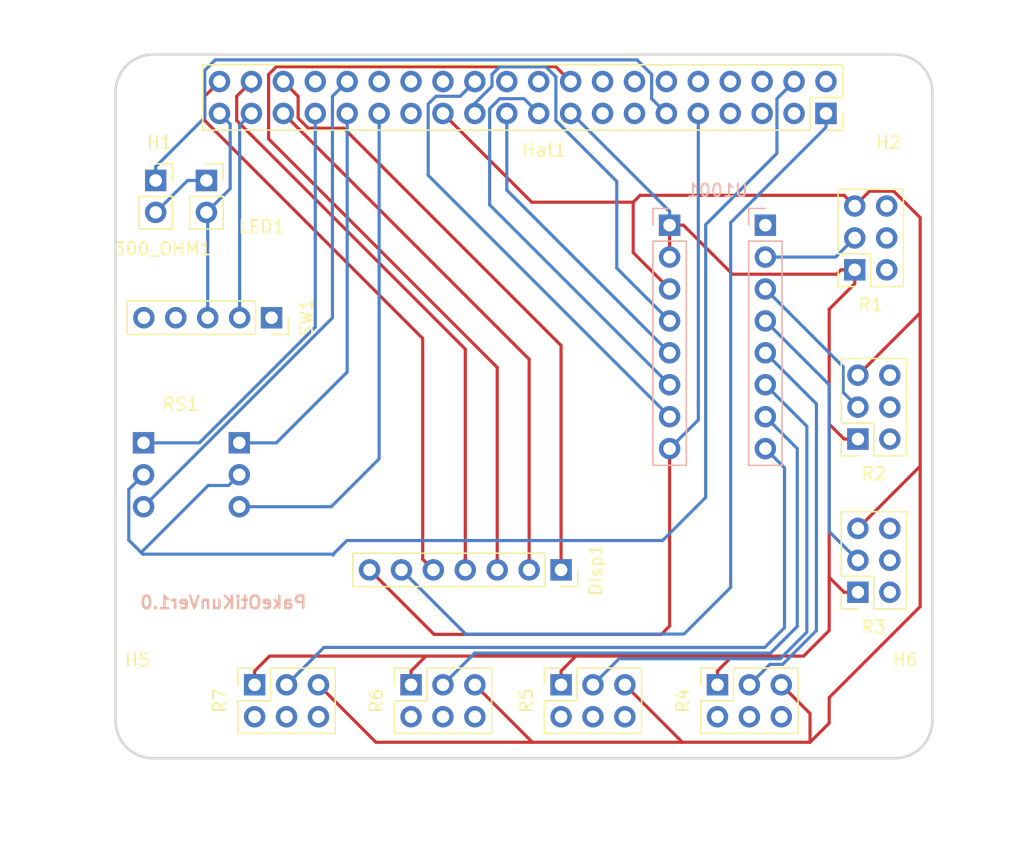
<source format=kicad_pcb>
(kicad_pcb (version 20171130) (host pcbnew "(5.1.0)-1")

  (general
    (thickness 1.6)
    (drawings 9)
    (tracks 206)
    (zones 0)
    (modules 18)
    (nets 74)
  )

  (page A)
  (title_block
    (title "Internet Interrupter v1")
    (rev 1)
    (company "Edje Electronics")
  )

  (layers
    (0 F.Cu signal)
    (31 B.Cu signal)
    (32 B.Adhes user)
    (33 F.Adhes user)
    (34 B.Paste user)
    (35 F.Paste user)
    (36 B.SilkS user)
    (37 F.SilkS user)
    (38 B.Mask user)
    (39 F.Mask user)
    (40 Dwgs.User user)
    (41 Cmts.User user)
    (42 Eco1.User user)
    (43 Eco2.User user)
    (44 Edge.Cuts user)
    (45 Margin user)
    (46 B.CrtYd user)
    (47 F.CrtYd user)
    (48 B.Fab user)
    (49 F.Fab user)
  )

  (setup
    (last_trace_width 0.25)
    (user_trace_width 0.2)
    (user_trace_width 0.3)
    (trace_clearance 0.2)
    (zone_clearance 0.508)
    (zone_45_only yes)
    (trace_min 0.2)
    (via_size 0.8)
    (via_drill 0.4)
    (via_min_size 0.4)
    (via_min_drill 0.3)
    (uvia_size 0.3)
    (uvia_drill 0.1)
    (uvias_allowed no)
    (uvia_min_size 0.2)
    (uvia_min_drill 0.1)
    (edge_width 0.2)
    (segment_width 0.1)
    (pcb_text_width 0.3)
    (pcb_text_size 1.5 1.5)
    (mod_edge_width 0.15)
    (mod_text_size 1 1)
    (mod_text_width 0.15)
    (pad_size 2.75 2.75)
    (pad_drill 2.75)
    (pad_to_mask_clearance 0.051)
    (solder_mask_min_width 0.25)
    (aux_axis_origin 0 0)
    (visible_elements 7FFFFFFF)
    (pcbplotparams
      (layerselection 0x010fc_ffffffff)
      (usegerberextensions false)
      (usegerberattributes false)
      (usegerberadvancedattributes false)
      (creategerberjobfile false)
      (excludeedgelayer true)
      (linewidth 0.100000)
      (plotframeref false)
      (viasonmask false)
      (mode 1)
      (useauxorigin false)
      (hpglpennumber 1)
      (hpglpenspeed 20)
      (hpglpendiameter 15.000000)
      (psnegative false)
      (psa4output false)
      (plotreference true)
      (plotvalue true)
      (plotinvisibletext false)
      (padsonsilk false)
      (subtractmaskfromsilk false)
      (outputformat 1)
      (mirror false)
      (drillshape 0)
      (scaleselection 1)
      (outputdirectory "PakeOtiKun-gerber/"))
  )

  (net 0 "")
  (net 1 "Net-(U1001-Pad1)")
  (net 2 "Net-(300_OHM1-Pad2)")
  (net 3 "Net-(300_OHM1-Pad1)")
  (net 4 "Net-(Disp1-Pad1)")
  (net 5 "Net-(Disp1-Pad2)")
  (net 6 "Net-(Disp1-Pad3)")
  (net 7 "Net-(Disp1-Pad4)")
  (net 8 "Net-(Disp1-Pad5)")
  (net 9 "Net-(Disp1-Pad6)")
  (net 10 "Net-(Disp1-Pad7)")
  (net 11 "Net-(Hat1-Pad6)")
  (net 12 "Net-(Hat1-Pad3)")
  (net 13 "Net-(Hat1-Pad15)")
  (net 14 "Net-(Hat1-Pad16)")
  (net 15 "Net-(Hat1-Pad4)")
  (net 16 "Net-(Hat1-Pad5)")
  (net 17 "Net-(Hat1-Pad2)")
  (net 18 "Net-(Hat1-Pad23)")
  (net 19 "Net-(Hat1-Pad24)")
  (net 20 "Net-(Hat1-Pad12)")
  (net 21 "Net-(Hat1-Pad27)")
  (net 22 "Net-(Hat1-Pad28)")
  (net 23 "Net-(Hat1-Pad13)")
  (net 24 "Net-(Hat1-Pad14)")
  (net 25 "Net-(Hat1-Pad10)")
  (net 26 "Net-(Hat1-Pad19)")
  (net 27 "Net-(Hat1-Pad20)")
  (net 28 "Net-(Hat1-Pad37)")
  (net 29 "Net-(Hat1-Pad33)")
  (net 30 "Net-(Hat1-Pad34)")
  (net 31 "Net-(Hat1-Pad17)")
  (net 32 "Net-(Hat1-Pad31)")
  (net 33 "Net-(Hat1-Pad32)")
  (net 34 "Net-(Hat1-Pad7)")
  (net 35 "Net-(Hat1-Pad8)")
  (net 36 "Net-(Hat1-Pad29)")
  (net 37 "Net-(Hat1-Pad30)")
  (net 38 "Net-(Hat1-Pad21)")
  (net 39 "Net-(Hat1-Pad22)")
  (net 40 "Net-(Hat1-Pad25)")
  (net 41 "Net-(Hat1-Pad26)")
  (net 42 "Net-(R1-Pad6)")
  (net 43 "Net-(R1-Pad4)")
  (net 44 "Net-(R1-Pad3)")
  (net 45 "Net-(R1-Pad2)")
  (net 46 "Net-(R2-Pad2)")
  (net 47 "Net-(R2-Pad3)")
  (net 48 "Net-(R2-Pad4)")
  (net 49 "Net-(R2-Pad6)")
  (net 50 "Net-(R3-Pad6)")
  (net 51 "Net-(R3-Pad4)")
  (net 52 "Net-(R3-Pad3)")
  (net 53 "Net-(R3-Pad2)")
  (net 54 "Net-(R4-Pad2)")
  (net 55 "Net-(R4-Pad3)")
  (net 56 "Net-(R4-Pad4)")
  (net 57 "Net-(R4-Pad6)")
  (net 58 "Net-(R5-Pad6)")
  (net 59 "Net-(R5-Pad4)")
  (net 60 "Net-(R5-Pad3)")
  (net 61 "Net-(R5-Pad2)")
  (net 62 "Net-(R6-Pad2)")
  (net 63 "Net-(R6-Pad3)")
  (net 64 "Net-(R6-Pad4)")
  (net 65 "Net-(R6-Pad6)")
  (net 66 "Net-(R7-Pad6)")
  (net 67 "Net-(R7-Pad4)")
  (net 68 "Net-(R7-Pad3)")
  (net 69 "Net-(R7-Pad2)")
  (net 70 "Net-(SW1-Pad1)")
  (net 71 "Net-(SW1-Pad4)")
  (net 72 "Net-(SW1-Pad5)")
  (net 73 "Net-(Hat1-Pad39)")

  (net_class Default "This is the default net class."
    (clearance 0.2)
    (trace_width 0.25)
    (via_dia 0.8)
    (via_drill 0.4)
    (uvia_dia 0.3)
    (uvia_drill 0.1)
    (add_net "Net-(300_OHM1-Pad1)")
    (add_net "Net-(300_OHM1-Pad2)")
    (add_net "Net-(Disp1-Pad1)")
    (add_net "Net-(Disp1-Pad2)")
    (add_net "Net-(Disp1-Pad3)")
    (add_net "Net-(Disp1-Pad4)")
    (add_net "Net-(Disp1-Pad5)")
    (add_net "Net-(Disp1-Pad6)")
    (add_net "Net-(Disp1-Pad7)")
    (add_net "Net-(Hat1-Pad10)")
    (add_net "Net-(Hat1-Pad12)")
    (add_net "Net-(Hat1-Pad13)")
    (add_net "Net-(Hat1-Pad14)")
    (add_net "Net-(Hat1-Pad15)")
    (add_net "Net-(Hat1-Pad16)")
    (add_net "Net-(Hat1-Pad17)")
    (add_net "Net-(Hat1-Pad19)")
    (add_net "Net-(Hat1-Pad2)")
    (add_net "Net-(Hat1-Pad20)")
    (add_net "Net-(Hat1-Pad21)")
    (add_net "Net-(Hat1-Pad22)")
    (add_net "Net-(Hat1-Pad23)")
    (add_net "Net-(Hat1-Pad24)")
    (add_net "Net-(Hat1-Pad25)")
    (add_net "Net-(Hat1-Pad26)")
    (add_net "Net-(Hat1-Pad27)")
    (add_net "Net-(Hat1-Pad28)")
    (add_net "Net-(Hat1-Pad29)")
    (add_net "Net-(Hat1-Pad3)")
    (add_net "Net-(Hat1-Pad30)")
    (add_net "Net-(Hat1-Pad31)")
    (add_net "Net-(Hat1-Pad32)")
    (add_net "Net-(Hat1-Pad33)")
    (add_net "Net-(Hat1-Pad34)")
    (add_net "Net-(Hat1-Pad37)")
    (add_net "Net-(Hat1-Pad39)")
    (add_net "Net-(Hat1-Pad4)")
    (add_net "Net-(Hat1-Pad5)")
    (add_net "Net-(Hat1-Pad6)")
    (add_net "Net-(Hat1-Pad7)")
    (add_net "Net-(Hat1-Pad8)")
    (add_net "Net-(R1-Pad2)")
    (add_net "Net-(R1-Pad3)")
    (add_net "Net-(R1-Pad4)")
    (add_net "Net-(R1-Pad6)")
    (add_net "Net-(R2-Pad2)")
    (add_net "Net-(R2-Pad3)")
    (add_net "Net-(R2-Pad4)")
    (add_net "Net-(R2-Pad6)")
    (add_net "Net-(R3-Pad2)")
    (add_net "Net-(R3-Pad3)")
    (add_net "Net-(R3-Pad4)")
    (add_net "Net-(R3-Pad6)")
    (add_net "Net-(R4-Pad2)")
    (add_net "Net-(R4-Pad3)")
    (add_net "Net-(R4-Pad4)")
    (add_net "Net-(R4-Pad6)")
    (add_net "Net-(R5-Pad2)")
    (add_net "Net-(R5-Pad3)")
    (add_net "Net-(R5-Pad4)")
    (add_net "Net-(R5-Pad6)")
    (add_net "Net-(R6-Pad2)")
    (add_net "Net-(R6-Pad3)")
    (add_net "Net-(R6-Pad4)")
    (add_net "Net-(R6-Pad6)")
    (add_net "Net-(R7-Pad2)")
    (add_net "Net-(R7-Pad3)")
    (add_net "Net-(R7-Pad4)")
    (add_net "Net-(R7-Pad6)")
    (add_net "Net-(SW1-Pad1)")
    (add_net "Net-(SW1-Pad4)")
    (add_net "Net-(SW1-Pad5)")
    (add_net "Net-(U1001-Pad1)")
  )

  (net_class Ethernet ""
    (clearance 0.2)
    (trace_width 0.2)
    (via_dia 0.8)
    (via_drill 0.4)
    (uvia_dia 0.3)
    (uvia_drill 0.1)
    (diff_pair_width 0.2)
    (diff_pair_gap 0.2)
  )

  (module Connector_PinSocket_2.54mm:PinSocket_2x03_P2.54mm_Vertical placed (layer F.Cu) (tedit 5A19A425) (tstamp 5DBF5FCF)
    (at 163.576 101.346 180)
    (descr "Through hole straight socket strip, 2x03, 2.54mm pitch, double cols (from Kicad 4.0.7), script generated")
    (tags "Through hole socket strip THT 2x03 2.54mm double row")
    (path /5DBFA974)
    (fp_text reference R2 (at -1.27 -2.77 180) (layer F.SilkS)
      (effects (font (size 1 1) (thickness 0.15)))
    )
    (fp_text value Conn_02x03_Counter_Clockwise (at -1.27 7.85 180) (layer F.Fab)
      (effects (font (size 1 1) (thickness 0.15)))
    )
    (fp_line (start -3.81 -1.27) (end 0.27 -1.27) (layer F.Fab) (width 0.1))
    (fp_line (start 0.27 -1.27) (end 1.27 -0.27) (layer F.Fab) (width 0.1))
    (fp_line (start 1.27 -0.27) (end 1.27 6.35) (layer F.Fab) (width 0.1))
    (fp_line (start 1.27 6.35) (end -3.81 6.35) (layer F.Fab) (width 0.1))
    (fp_line (start -3.81 6.35) (end -3.81 -1.27) (layer F.Fab) (width 0.1))
    (fp_line (start -3.87 -1.33) (end -1.27 -1.33) (layer F.SilkS) (width 0.12))
    (fp_line (start -3.87 -1.33) (end -3.87 6.41) (layer F.SilkS) (width 0.12))
    (fp_line (start -3.87 6.41) (end 1.33 6.41) (layer F.SilkS) (width 0.12))
    (fp_line (start 1.33 1.27) (end 1.33 6.41) (layer F.SilkS) (width 0.12))
    (fp_line (start -1.27 1.27) (end 1.33 1.27) (layer F.SilkS) (width 0.12))
    (fp_line (start -1.27 -1.33) (end -1.27 1.27) (layer F.SilkS) (width 0.12))
    (fp_line (start 1.33 -1.33) (end 1.33 0) (layer F.SilkS) (width 0.12))
    (fp_line (start 0 -1.33) (end 1.33 -1.33) (layer F.SilkS) (width 0.12))
    (fp_line (start -4.34 -1.8) (end 1.76 -1.8) (layer F.CrtYd) (width 0.05))
    (fp_line (start 1.76 -1.8) (end 1.76 6.85) (layer F.CrtYd) (width 0.05))
    (fp_line (start 1.76 6.85) (end -4.34 6.85) (layer F.CrtYd) (width 0.05))
    (fp_line (start -4.34 6.85) (end -4.34 -1.8) (layer F.CrtYd) (width 0.05))
    (fp_text user %R (at -1.27 2.54 270) (layer F.Fab)
      (effects (font (size 1 1) (thickness 0.15)))
    )
    (pad 1 thru_hole rect (at 0 0 180) (size 1.7 1.7) (drill 1) (layers *.Cu *.Mask)
      (net 31 "Net-(Hat1-Pad17)"))
    (pad 2 thru_hole oval (at -2.54 0 180) (size 1.7 1.7) (drill 1) (layers *.Cu *.Mask)
      (net 46 "Net-(R2-Pad2)"))
    (pad 3 thru_hole oval (at 0 2.54 180) (size 1.7 1.7) (drill 1) (layers *.Cu *.Mask)
      (net 47 "Net-(R2-Pad3)"))
    (pad 4 thru_hole oval (at -2.54 2.54 180) (size 1.7 1.7) (drill 1) (layers *.Cu *.Mask)
      (net 48 "Net-(R2-Pad4)"))
    (pad 5 thru_hole oval (at 0 5.08 180) (size 1.7 1.7) (drill 1) (layers *.Cu *.Mask)
      (net 40 "Net-(Hat1-Pad25)"))
    (pad 6 thru_hole oval (at -2.54 5.08 180) (size 1.7 1.7) (drill 1) (layers *.Cu *.Mask)
      (net 49 "Net-(R2-Pad6)"))
    (model ${KISYS3DMOD}/Connector_PinSocket_2.54mm.3dshapes/PinSocket_2x03_P2.54mm_Vertical.wrl
      (at (xyz 0 0 0))
      (scale (xyz 1 1 1))
      (rotate (xyz 0 0 0))
    )
  )

  (module myFP:MountingHole_2.75mm_NoPad (layer F.Cu) (tedit 5C3A4CEB) (tstamp 5C46DEC4)
    (at 166 74.25)
    (path /5C3A4FCD)
    (fp_text reference H2 (at 0 3.5) (layer F.SilkS)
      (effects (font (size 1 1) (thickness 0.15)))
    )
    (fp_text value MountingHole (at 0 -3.5) (layer F.Fab)
      (effects (font (size 1 1) (thickness 0.15)))
    )
    (fp_circle (center 0 0) (end 2.8 0) (layer F.CrtYd) (width 0.05))
    (fp_text user %R (at 0 0) (layer F.Fab)
      (effects (font (size 1 1) (thickness 0.15)))
    )
    (pad "" np_thru_hole circle (at 0 0) (size 2.75 2.75) (drill 2.75) (layers *.Cu *.Mask)
      (solder_mask_margin 1.375))
  )

  (module myFP:MountingHole_2.75mm_NoPad (layer F.Cu) (tedit 5C3A4CEB) (tstamp 5C46DFCA)
    (at 166 123.25)
    (path /5C3A4CC1)
    (fp_text reference H6 (at 1.3352 -4.3526) (layer F.SilkS)
      (effects (font (size 1 1) (thickness 0.15)))
    )
    (fp_text value MountingHole (at 0 -3.5) (layer F.Fab)
      (effects (font (size 1 1) (thickness 0.15)))
    )
    (fp_circle (center 0 0) (end 2.8 0) (layer F.CrtYd) (width 0.05))
    (fp_text user %R (at 0 0) (layer F.Fab)
      (effects (font (size 1 1) (thickness 0.15)))
    )
    (pad "" np_thru_hole circle (at 0 0) (size 2.75 2.75) (drill 2.75) (layers *.Cu *.Mask)
      (solder_mask_margin 1.375))
  )

  (module myFP:MountingHole_2.75mm_NoPad (layer F.Cu) (tedit 5C3A4CEB) (tstamp 5C46E09C)
    (at 108 74.25)
    (path /5C3A5037)
    (fp_text reference H1 (at 0 3.5) (layer F.SilkS)
      (effects (font (size 1 1) (thickness 0.15)))
    )
    (fp_text value MountingHole (at -7.543 -6.9908) (layer F.Fab)
      (effects (font (size 1 1) (thickness 0.15)))
    )
    (fp_circle (center 0 0) (end 2.8 0) (layer F.CrtYd) (width 0.05))
    (fp_text user %R (at 0 0) (layer F.Fab)
      (effects (font (size 1 1) (thickness 0.15)))
    )
    (pad "" np_thru_hole circle (at 0 0) (size 2.75 2.75) (drill 2.75) (layers *.Cu *.Mask)
      (solder_mask_margin 1.375))
  )

  (module myFP:MountingHole_2.75mm_NoPad (layer F.Cu) (tedit 5C3A4CEB) (tstamp 5C46E061)
    (at 108 123.25)
    (path /5C3A4EA3)
    (fp_text reference H5 (at -1.7518 -4.3018) (layer F.SilkS)
      (effects (font (size 1 1) (thickness 0.15)))
    )
    (fp_text value MountingHole (at 0 -3.5) (layer F.Fab)
      (effects (font (size 1 1) (thickness 0.15)))
    )
    (fp_circle (center 0 0) (end 2.8 0) (layer F.CrtYd) (width 0.05))
    (fp_text user %R (at 0 0) (layer F.Fab)
      (effects (font (size 1 1) (thickness 0.15)))
    )
    (pad "" np_thru_hole circle (at 0 0) (size 2.75 2.75) (drill 2.75) (layers *.Cu *.Mask)
      (solder_mask_margin 1.375))
  )

  (module Connector_PinSocket_2.54mm:PinSocket_1x05_P2.54mm_Vertical placed (layer F.Cu) (tedit 5A19A420) (tstamp 5DBF5FB3)
    (at 116.9162 91.694 270)
    (descr "Through hole straight socket strip, 1x05, 2.54mm pitch, single row (from Kicad 4.0.7), script generated")
    (tags "Through hole socket strip THT 1x05 2.54mm single row")
    (path /5DBFD752)
    (fp_text reference SW1 (at 0 -2.77 270) (layer F.SilkS)
      (effects (font (size 1 1) (thickness 0.15)))
    )
    (fp_text value Conn_01x05_Female (at 0 12.93 270) (layer F.Fab)
      (effects (font (size 1 1) (thickness 0.15)))
    )
    (fp_line (start -1.27 -1.27) (end 0.635 -1.27) (layer F.Fab) (width 0.1))
    (fp_line (start 0.635 -1.27) (end 1.27 -0.635) (layer F.Fab) (width 0.1))
    (fp_line (start 1.27 -0.635) (end 1.27 11.43) (layer F.Fab) (width 0.1))
    (fp_line (start 1.27 11.43) (end -1.27 11.43) (layer F.Fab) (width 0.1))
    (fp_line (start -1.27 11.43) (end -1.27 -1.27) (layer F.Fab) (width 0.1))
    (fp_line (start -1.33 1.27) (end 1.33 1.27) (layer F.SilkS) (width 0.12))
    (fp_line (start -1.33 1.27) (end -1.33 11.49) (layer F.SilkS) (width 0.12))
    (fp_line (start -1.33 11.49) (end 1.33 11.49) (layer F.SilkS) (width 0.12))
    (fp_line (start 1.33 1.27) (end 1.33 11.49) (layer F.SilkS) (width 0.12))
    (fp_line (start 1.33 -1.33) (end 1.33 0) (layer F.SilkS) (width 0.12))
    (fp_line (start 0 -1.33) (end 1.33 -1.33) (layer F.SilkS) (width 0.12))
    (fp_line (start -1.8 -1.8) (end 1.75 -1.8) (layer F.CrtYd) (width 0.05))
    (fp_line (start 1.75 -1.8) (end 1.75 11.9) (layer F.CrtYd) (width 0.05))
    (fp_line (start 1.75 11.9) (end -1.8 11.9) (layer F.CrtYd) (width 0.05))
    (fp_line (start -1.8 11.9) (end -1.8 -1.8) (layer F.CrtYd) (width 0.05))
    (fp_text user %R (at 0 5.08) (layer F.Fab)
      (effects (font (size 1 1) (thickness 0.15)))
    )
    (pad 1 thru_hole rect (at 0 0 270) (size 1.7 1.7) (drill 1) (layers *.Cu *.Mask)
      (net 70 "Net-(SW1-Pad1)"))
    (pad 2 thru_hole oval (at 0 2.54 270) (size 1.7 1.7) (drill 1) (layers *.Cu *.Mask)
      (net 28 "Net-(Hat1-Pad37)"))
    (pad 3 thru_hole oval (at 0 5.08 270) (size 1.7 1.7) (drill 1) (layers *.Cu *.Mask)
      (net 73 "Net-(Hat1-Pad39)"))
    (pad 4 thru_hole oval (at 0 7.62 270) (size 1.7 1.7) (drill 1) (layers *.Cu *.Mask)
      (net 71 "Net-(SW1-Pad4)"))
    (pad 5 thru_hole oval (at 0 10.16 270) (size 1.7 1.7) (drill 1) (layers *.Cu *.Mask)
      (net 72 "Net-(SW1-Pad5)"))
    (model ${KISYS3DMOD}/Connector_PinSocket_2.54mm.3dshapes/PinSocket_1x05_P2.54mm_Vertical.wrl
      (at (xyz 0 0 0))
      (scale (xyz 1 1 1))
      (rotate (xyz 0 0 0))
    )
  )

  (module Connector_PinSocket_2.54mm:PinSocket_1x07_P2.54mm_Vertical placed (layer F.Cu) (tedit 5A19A433) (tstamp 5DBF5FEA)
    (at 139.954 111.76 270)
    (descr "Through hole straight socket strip, 1x07, 2.54mm pitch, single row (from Kicad 4.0.7), script generated")
    (tags "Through hole socket strip THT 1x07 2.54mm single row")
    (path /5DBFC1D4)
    (fp_text reference Disp1 (at 0 -2.77 270) (layer F.SilkS)
      (effects (font (size 1 1) (thickness 0.15)))
    )
    (fp_text value Conn_01x07_Female (at 0 18.01 270) (layer F.Fab)
      (effects (font (size 1 1) (thickness 0.15)))
    )
    (fp_line (start -1.27 -1.27) (end 0.635 -1.27) (layer F.Fab) (width 0.1))
    (fp_line (start 0.635 -1.27) (end 1.27 -0.635) (layer F.Fab) (width 0.1))
    (fp_line (start 1.27 -0.635) (end 1.27 16.51) (layer F.Fab) (width 0.1))
    (fp_line (start 1.27 16.51) (end -1.27 16.51) (layer F.Fab) (width 0.1))
    (fp_line (start -1.27 16.51) (end -1.27 -1.27) (layer F.Fab) (width 0.1))
    (fp_line (start -1.33 1.27) (end 1.33 1.27) (layer F.SilkS) (width 0.12))
    (fp_line (start -1.33 1.27) (end -1.33 16.57) (layer F.SilkS) (width 0.12))
    (fp_line (start -1.33 16.57) (end 1.33 16.57) (layer F.SilkS) (width 0.12))
    (fp_line (start 1.33 1.27) (end 1.33 16.57) (layer F.SilkS) (width 0.12))
    (fp_line (start 1.33 -1.33) (end 1.33 0) (layer F.SilkS) (width 0.12))
    (fp_line (start 0 -1.33) (end 1.33 -1.33) (layer F.SilkS) (width 0.12))
    (fp_line (start -1.8 -1.8) (end 1.75 -1.8) (layer F.CrtYd) (width 0.05))
    (fp_line (start 1.75 -1.8) (end 1.75 17) (layer F.CrtYd) (width 0.05))
    (fp_line (start 1.75 17) (end -1.8 17) (layer F.CrtYd) (width 0.05))
    (fp_line (start -1.8 17) (end -1.8 -1.8) (layer F.CrtYd) (width 0.05))
    (fp_text user %R (at 0 7.62) (layer F.Fab)
      (effects (font (size 1 1) (thickness 0.15)))
    )
    (pad 1 thru_hole rect (at 0 0 270) (size 1.7 1.7) (drill 1) (layers *.Cu *.Mask)
      (net 4 "Net-(Disp1-Pad1)"))
    (pad 2 thru_hole oval (at 0 2.54 270) (size 1.7 1.7) (drill 1) (layers *.Cu *.Mask)
      (net 5 "Net-(Disp1-Pad2)"))
    (pad 3 thru_hole oval (at 0 5.08 270) (size 1.7 1.7) (drill 1) (layers *.Cu *.Mask)
      (net 6 "Net-(Disp1-Pad3)"))
    (pad 4 thru_hole oval (at 0 7.62 270) (size 1.7 1.7) (drill 1) (layers *.Cu *.Mask)
      (net 7 "Net-(Disp1-Pad4)"))
    (pad 5 thru_hole oval (at 0 10.16 270) (size 1.7 1.7) (drill 1) (layers *.Cu *.Mask)
      (net 8 "Net-(Disp1-Pad5)"))
    (pad 6 thru_hole oval (at 0 12.7 270) (size 1.7 1.7) (drill 1) (layers *.Cu *.Mask)
      (net 9 "Net-(Disp1-Pad6)"))
    (pad 7 thru_hole oval (at 0 15.24 270) (size 1.7 1.7) (drill 1) (layers *.Cu *.Mask)
      (net 10 "Net-(Disp1-Pad7)"))
    (model ${KISYS3DMOD}/Connector_PinSocket_2.54mm.3dshapes/PinSocket_1x07_P2.54mm_Vertical.wrl
      (at (xyz 0 0 0))
      (scale (xyz 1 1 1))
      (rotate (xyz 0 0 0))
    )
  )

  (module Connector_PinSocket_2.54mm:PinSocket_2x03_P2.54mm_Vertical placed (layer F.Cu) (tedit 5A19A425) (tstamp 5DBF6006)
    (at 163.576 113.538 180)
    (descr "Through hole straight socket strip, 2x03, 2.54mm pitch, double cols (from Kicad 4.0.7), script generated")
    (tags "Through hole socket strip THT 2x03 2.54mm double row")
    (path /5DBFA326)
    (fp_text reference R3 (at -1.27 -2.77 180) (layer F.SilkS)
      (effects (font (size 1 1) (thickness 0.15)))
    )
    (fp_text value Conn_02x03_Counter_Clockwise (at -1.27 7.85 180) (layer F.Fab)
      (effects (font (size 1 1) (thickness 0.15)))
    )
    (fp_text user %R (at -1.27 2.54 270) (layer F.Fab)
      (effects (font (size 1 1) (thickness 0.15)))
    )
    (fp_line (start -4.34 6.85) (end -4.34 -1.8) (layer F.CrtYd) (width 0.05))
    (fp_line (start 1.76 6.85) (end -4.34 6.85) (layer F.CrtYd) (width 0.05))
    (fp_line (start 1.76 -1.8) (end 1.76 6.85) (layer F.CrtYd) (width 0.05))
    (fp_line (start -4.34 -1.8) (end 1.76 -1.8) (layer F.CrtYd) (width 0.05))
    (fp_line (start 0 -1.33) (end 1.33 -1.33) (layer F.SilkS) (width 0.12))
    (fp_line (start 1.33 -1.33) (end 1.33 0) (layer F.SilkS) (width 0.12))
    (fp_line (start -1.27 -1.33) (end -1.27 1.27) (layer F.SilkS) (width 0.12))
    (fp_line (start -1.27 1.27) (end 1.33 1.27) (layer F.SilkS) (width 0.12))
    (fp_line (start 1.33 1.27) (end 1.33 6.41) (layer F.SilkS) (width 0.12))
    (fp_line (start -3.87 6.41) (end 1.33 6.41) (layer F.SilkS) (width 0.12))
    (fp_line (start -3.87 -1.33) (end -3.87 6.41) (layer F.SilkS) (width 0.12))
    (fp_line (start -3.87 -1.33) (end -1.27 -1.33) (layer F.SilkS) (width 0.12))
    (fp_line (start -3.81 6.35) (end -3.81 -1.27) (layer F.Fab) (width 0.1))
    (fp_line (start 1.27 6.35) (end -3.81 6.35) (layer F.Fab) (width 0.1))
    (fp_line (start 1.27 -0.27) (end 1.27 6.35) (layer F.Fab) (width 0.1))
    (fp_line (start 0.27 -1.27) (end 1.27 -0.27) (layer F.Fab) (width 0.1))
    (fp_line (start -3.81 -1.27) (end 0.27 -1.27) (layer F.Fab) (width 0.1))
    (pad 6 thru_hole oval (at -2.54 5.08 180) (size 1.7 1.7) (drill 1) (layers *.Cu *.Mask)
      (net 50 "Net-(R3-Pad6)"))
    (pad 5 thru_hole oval (at 0 5.08 180) (size 1.7 1.7) (drill 1) (layers *.Cu *.Mask)
      (net 40 "Net-(Hat1-Pad25)"))
    (pad 4 thru_hole oval (at -2.54 2.54 180) (size 1.7 1.7) (drill 1) (layers *.Cu *.Mask)
      (net 51 "Net-(R3-Pad4)"))
    (pad 3 thru_hole oval (at 0 2.54 180) (size 1.7 1.7) (drill 1) (layers *.Cu *.Mask)
      (net 52 "Net-(R3-Pad3)"))
    (pad 2 thru_hole oval (at -2.54 0 180) (size 1.7 1.7) (drill 1) (layers *.Cu *.Mask)
      (net 53 "Net-(R3-Pad2)"))
    (pad 1 thru_hole rect (at 0 0 180) (size 1.7 1.7) (drill 1) (layers *.Cu *.Mask)
      (net 31 "Net-(Hat1-Pad17)"))
    (model ${KISYS3DMOD}/Connector_PinSocket_2.54mm.3dshapes/PinSocket_2x03_P2.54mm_Vertical.wrl
      (at (xyz 0 0 0))
      (scale (xyz 1 1 1))
      (rotate (xyz 0 0 0))
    )
  )

  (module Connector_PinSocket_2.54mm:PinSocket_2x03_P2.54mm_Vertical placed (layer F.Cu) (tedit 5A19A425) (tstamp 5DBF6022)
    (at 152.4 120.904 90)
    (descr "Through hole straight socket strip, 2x03, 2.54mm pitch, double cols (from Kicad 4.0.7), script generated")
    (tags "Through hole socket strip THT 2x03 2.54mm double row")
    (path /5DBF75DC)
    (fp_text reference R4 (at -1.27 -2.77 90) (layer F.SilkS)
      (effects (font (size 1 1) (thickness 0.15)))
    )
    (fp_text value Conn_02x03_Counter_Clockwise (at -1.27 7.85 90) (layer F.Fab)
      (effects (font (size 1 1) (thickness 0.15)))
    )
    (fp_line (start -3.81 -1.27) (end 0.27 -1.27) (layer F.Fab) (width 0.1))
    (fp_line (start 0.27 -1.27) (end 1.27 -0.27) (layer F.Fab) (width 0.1))
    (fp_line (start 1.27 -0.27) (end 1.27 6.35) (layer F.Fab) (width 0.1))
    (fp_line (start 1.27 6.35) (end -3.81 6.35) (layer F.Fab) (width 0.1))
    (fp_line (start -3.81 6.35) (end -3.81 -1.27) (layer F.Fab) (width 0.1))
    (fp_line (start -3.87 -1.33) (end -1.27 -1.33) (layer F.SilkS) (width 0.12))
    (fp_line (start -3.87 -1.33) (end -3.87 6.41) (layer F.SilkS) (width 0.12))
    (fp_line (start -3.87 6.41) (end 1.33 6.41) (layer F.SilkS) (width 0.12))
    (fp_line (start 1.33 1.27) (end 1.33 6.41) (layer F.SilkS) (width 0.12))
    (fp_line (start -1.27 1.27) (end 1.33 1.27) (layer F.SilkS) (width 0.12))
    (fp_line (start -1.27 -1.33) (end -1.27 1.27) (layer F.SilkS) (width 0.12))
    (fp_line (start 1.33 -1.33) (end 1.33 0) (layer F.SilkS) (width 0.12))
    (fp_line (start 0 -1.33) (end 1.33 -1.33) (layer F.SilkS) (width 0.12))
    (fp_line (start -4.34 -1.8) (end 1.76 -1.8) (layer F.CrtYd) (width 0.05))
    (fp_line (start 1.76 -1.8) (end 1.76 6.85) (layer F.CrtYd) (width 0.05))
    (fp_line (start 1.76 6.85) (end -4.34 6.85) (layer F.CrtYd) (width 0.05))
    (fp_line (start -4.34 6.85) (end -4.34 -1.8) (layer F.CrtYd) (width 0.05))
    (fp_text user %R (at -1.27 2.54 -180) (layer F.Fab)
      (effects (font (size 1 1) (thickness 0.15)))
    )
    (pad 1 thru_hole rect (at 0 0 90) (size 1.7 1.7) (drill 1) (layers *.Cu *.Mask)
      (net 31 "Net-(Hat1-Pad17)"))
    (pad 2 thru_hole oval (at -2.54 0 90) (size 1.7 1.7) (drill 1) (layers *.Cu *.Mask)
      (net 54 "Net-(R4-Pad2)"))
    (pad 3 thru_hole oval (at 0 2.54 90) (size 1.7 1.7) (drill 1) (layers *.Cu *.Mask)
      (net 55 "Net-(R4-Pad3)"))
    (pad 4 thru_hole oval (at -2.54 2.54 90) (size 1.7 1.7) (drill 1) (layers *.Cu *.Mask)
      (net 56 "Net-(R4-Pad4)"))
    (pad 5 thru_hole oval (at 0 5.08 90) (size 1.7 1.7) (drill 1) (layers *.Cu *.Mask)
      (net 40 "Net-(Hat1-Pad25)"))
    (pad 6 thru_hole oval (at -2.54 5.08 90) (size 1.7 1.7) (drill 1) (layers *.Cu *.Mask)
      (net 57 "Net-(R4-Pad6)"))
    (model ${KISYS3DMOD}/Connector_PinSocket_2.54mm.3dshapes/PinSocket_2x03_P2.54mm_Vertical.wrl
      (at (xyz 0 0 0))
      (scale (xyz 1 1 1))
      (rotate (xyz 0 0 0))
    )
  )

  (module Connector_PinSocket_2.54mm:PinSocket_2x03_P2.54mm_Vertical placed (layer F.Cu) (tedit 5A19A425) (tstamp 5DBF603E)
    (at 139.954 120.904 90)
    (descr "Through hole straight socket strip, 2x03, 2.54mm pitch, double cols (from Kicad 4.0.7), script generated")
    (tags "Through hole socket strip THT 2x03 2.54mm double row")
    (path /5DBFB5E6)
    (fp_text reference R5 (at -1.27 -2.77 90) (layer F.SilkS)
      (effects (font (size 1 1) (thickness 0.15)))
    )
    (fp_text value Conn_02x03_Counter_Clockwise (at -1.27 7.85 90) (layer F.Fab)
      (effects (font (size 1 1) (thickness 0.15)))
    )
    (fp_text user %R (at -1.27 2.54 -90) (layer F.Fab)
      (effects (font (size 1 1) (thickness 0.15)))
    )
    (fp_line (start -4.34 6.85) (end -4.34 -1.8) (layer F.CrtYd) (width 0.05))
    (fp_line (start 1.76 6.85) (end -4.34 6.85) (layer F.CrtYd) (width 0.05))
    (fp_line (start 1.76 -1.8) (end 1.76 6.85) (layer F.CrtYd) (width 0.05))
    (fp_line (start -4.34 -1.8) (end 1.76 -1.8) (layer F.CrtYd) (width 0.05))
    (fp_line (start 0 -1.33) (end 1.33 -1.33) (layer F.SilkS) (width 0.12))
    (fp_line (start 1.33 -1.33) (end 1.33 0) (layer F.SilkS) (width 0.12))
    (fp_line (start -1.27 -1.33) (end -1.27 1.27) (layer F.SilkS) (width 0.12))
    (fp_line (start -1.27 1.27) (end 1.33 1.27) (layer F.SilkS) (width 0.12))
    (fp_line (start 1.33 1.27) (end 1.33 6.41) (layer F.SilkS) (width 0.12))
    (fp_line (start -3.87 6.41) (end 1.33 6.41) (layer F.SilkS) (width 0.12))
    (fp_line (start -3.87 -1.33) (end -3.87 6.41) (layer F.SilkS) (width 0.12))
    (fp_line (start -3.87 -1.33) (end -1.27 -1.33) (layer F.SilkS) (width 0.12))
    (fp_line (start -3.81 6.35) (end -3.81 -1.27) (layer F.Fab) (width 0.1))
    (fp_line (start 1.27 6.35) (end -3.81 6.35) (layer F.Fab) (width 0.1))
    (fp_line (start 1.27 -0.27) (end 1.27 6.35) (layer F.Fab) (width 0.1))
    (fp_line (start 0.27 -1.27) (end 1.27 -0.27) (layer F.Fab) (width 0.1))
    (fp_line (start -3.81 -1.27) (end 0.27 -1.27) (layer F.Fab) (width 0.1))
    (pad 6 thru_hole oval (at -2.54 5.08 90) (size 1.7 1.7) (drill 1) (layers *.Cu *.Mask)
      (net 58 "Net-(R5-Pad6)"))
    (pad 5 thru_hole oval (at 0 5.08 90) (size 1.7 1.7) (drill 1) (layers *.Cu *.Mask)
      (net 40 "Net-(Hat1-Pad25)"))
    (pad 4 thru_hole oval (at -2.54 2.54 90) (size 1.7 1.7) (drill 1) (layers *.Cu *.Mask)
      (net 59 "Net-(R5-Pad4)"))
    (pad 3 thru_hole oval (at 0 2.54 90) (size 1.7 1.7) (drill 1) (layers *.Cu *.Mask)
      (net 60 "Net-(R5-Pad3)"))
    (pad 2 thru_hole oval (at -2.54 0 90) (size 1.7 1.7) (drill 1) (layers *.Cu *.Mask)
      (net 61 "Net-(R5-Pad2)"))
    (pad 1 thru_hole rect (at 0 0 90) (size 1.7 1.7) (drill 1) (layers *.Cu *.Mask)
      (net 31 "Net-(Hat1-Pad17)"))
    (model ${KISYS3DMOD}/Connector_PinSocket_2.54mm.3dshapes/PinSocket_2x03_P2.54mm_Vertical.wrl
      (at (xyz 0 0 0))
      (scale (xyz 1 1 1))
      (rotate (xyz 0 0 0))
    )
  )

  (module Connector_PinSocket_2.54mm:PinSocket_2x03_P2.54mm_Vertical placed (layer F.Cu) (tedit 5A19A425) (tstamp 5DBF605A)
    (at 128.016 120.904 90)
    (descr "Through hole straight socket strip, 2x03, 2.54mm pitch, double cols (from Kicad 4.0.7), script generated")
    (tags "Through hole socket strip THT 2x03 2.54mm double row")
    (path /5DBFBAEF)
    (fp_text reference R6 (at -1.27 -2.77 90) (layer F.SilkS)
      (effects (font (size 1 1) (thickness 0.15)))
    )
    (fp_text value Conn_02x03_Counter_Clockwise (at -1.27 7.85 90) (layer F.Fab)
      (effects (font (size 1 1) (thickness 0.15)))
    )
    (fp_line (start -3.81 -1.27) (end 0.27 -1.27) (layer F.Fab) (width 0.1))
    (fp_line (start 0.27 -1.27) (end 1.27 -0.27) (layer F.Fab) (width 0.1))
    (fp_line (start 1.27 -0.27) (end 1.27 6.35) (layer F.Fab) (width 0.1))
    (fp_line (start 1.27 6.35) (end -3.81 6.35) (layer F.Fab) (width 0.1))
    (fp_line (start -3.81 6.35) (end -3.81 -1.27) (layer F.Fab) (width 0.1))
    (fp_line (start -3.87 -1.33) (end -1.27 -1.33) (layer F.SilkS) (width 0.12))
    (fp_line (start -3.87 -1.33) (end -3.87 6.41) (layer F.SilkS) (width 0.12))
    (fp_line (start -3.87 6.41) (end 1.33 6.41) (layer F.SilkS) (width 0.12))
    (fp_line (start 1.33 1.27) (end 1.33 6.41) (layer F.SilkS) (width 0.12))
    (fp_line (start -1.27 1.27) (end 1.33 1.27) (layer F.SilkS) (width 0.12))
    (fp_line (start -1.27 -1.33) (end -1.27 1.27) (layer F.SilkS) (width 0.12))
    (fp_line (start 1.33 -1.33) (end 1.33 0) (layer F.SilkS) (width 0.12))
    (fp_line (start 0 -1.33) (end 1.33 -1.33) (layer F.SilkS) (width 0.12))
    (fp_line (start -4.34 -1.8) (end 1.76 -1.8) (layer F.CrtYd) (width 0.05))
    (fp_line (start 1.76 -1.8) (end 1.76 6.85) (layer F.CrtYd) (width 0.05))
    (fp_line (start 1.76 6.85) (end -4.34 6.85) (layer F.CrtYd) (width 0.05))
    (fp_line (start -4.34 6.85) (end -4.34 -1.8) (layer F.CrtYd) (width 0.05))
    (fp_text user %R (at -1.27 2.54 -90) (layer F.Fab)
      (effects (font (size 1 1) (thickness 0.15)))
    )
    (pad 1 thru_hole rect (at 0 0 90) (size 1.7 1.7) (drill 1) (layers *.Cu *.Mask)
      (net 31 "Net-(Hat1-Pad17)"))
    (pad 2 thru_hole oval (at -2.54 0 90) (size 1.7 1.7) (drill 1) (layers *.Cu *.Mask)
      (net 62 "Net-(R6-Pad2)"))
    (pad 3 thru_hole oval (at 0 2.54 90) (size 1.7 1.7) (drill 1) (layers *.Cu *.Mask)
      (net 63 "Net-(R6-Pad3)"))
    (pad 4 thru_hole oval (at -2.54 2.54 90) (size 1.7 1.7) (drill 1) (layers *.Cu *.Mask)
      (net 64 "Net-(R6-Pad4)"))
    (pad 5 thru_hole oval (at 0 5.08 90) (size 1.7 1.7) (drill 1) (layers *.Cu *.Mask)
      (net 40 "Net-(Hat1-Pad25)"))
    (pad 6 thru_hole oval (at -2.54 5.08 90) (size 1.7 1.7) (drill 1) (layers *.Cu *.Mask)
      (net 65 "Net-(R6-Pad6)"))
    (model ${KISYS3DMOD}/Connector_PinSocket_2.54mm.3dshapes/PinSocket_2x03_P2.54mm_Vertical.wrl
      (at (xyz 0 0 0))
      (scale (xyz 1 1 1))
      (rotate (xyz 0 0 0))
    )
  )

  (module Connector_PinSocket_2.54mm:PinSocket_2x03_P2.54mm_Vertical placed (layer F.Cu) (tedit 5A19A425) (tstamp 5DBF6076)
    (at 115.57 120.904 90)
    (descr "Through hole straight socket strip, 2x03, 2.54mm pitch, double cols (from Kicad 4.0.7), script generated")
    (tags "Through hole socket strip THT 2x03 2.54mm double row")
    (path /5DBFBF56)
    (fp_text reference R7 (at -1.27 -2.77 90) (layer F.SilkS)
      (effects (font (size 1 1) (thickness 0.15)))
    )
    (fp_text value Conn_02x03_Counter_Clockwise (at -1.27 7.85 90) (layer F.Fab)
      (effects (font (size 1 1) (thickness 0.15)))
    )
    (fp_text user %R (at -1.27 2.54) (layer F.Fab)
      (effects (font (size 1 1) (thickness 0.15)))
    )
    (fp_line (start -4.34 6.85) (end -4.34 -1.8) (layer F.CrtYd) (width 0.05))
    (fp_line (start 1.76 6.85) (end -4.34 6.85) (layer F.CrtYd) (width 0.05))
    (fp_line (start 1.76 -1.8) (end 1.76 6.85) (layer F.CrtYd) (width 0.05))
    (fp_line (start -4.34 -1.8) (end 1.76 -1.8) (layer F.CrtYd) (width 0.05))
    (fp_line (start 0 -1.33) (end 1.33 -1.33) (layer F.SilkS) (width 0.12))
    (fp_line (start 1.33 -1.33) (end 1.33 0) (layer F.SilkS) (width 0.12))
    (fp_line (start -1.27 -1.33) (end -1.27 1.27) (layer F.SilkS) (width 0.12))
    (fp_line (start -1.27 1.27) (end 1.33 1.27) (layer F.SilkS) (width 0.12))
    (fp_line (start 1.33 1.27) (end 1.33 6.41) (layer F.SilkS) (width 0.12))
    (fp_line (start -3.87 6.41) (end 1.33 6.41) (layer F.SilkS) (width 0.12))
    (fp_line (start -3.87 -1.33) (end -3.87 6.41) (layer F.SilkS) (width 0.12))
    (fp_line (start -3.87 -1.33) (end -1.27 -1.33) (layer F.SilkS) (width 0.12))
    (fp_line (start -3.81 6.35) (end -3.81 -1.27) (layer F.Fab) (width 0.1))
    (fp_line (start 1.27 6.35) (end -3.81 6.35) (layer F.Fab) (width 0.1))
    (fp_line (start 1.27 -0.27) (end 1.27 6.35) (layer F.Fab) (width 0.1))
    (fp_line (start 0.27 -1.27) (end 1.27 -0.27) (layer F.Fab) (width 0.1))
    (fp_line (start -3.81 -1.27) (end 0.27 -1.27) (layer F.Fab) (width 0.1))
    (pad 6 thru_hole oval (at -2.54 5.08 90) (size 1.7 1.7) (drill 1) (layers *.Cu *.Mask)
      (net 66 "Net-(R7-Pad6)"))
    (pad 5 thru_hole oval (at 0 5.08 90) (size 1.7 1.7) (drill 1) (layers *.Cu *.Mask)
      (net 40 "Net-(Hat1-Pad25)"))
    (pad 4 thru_hole oval (at -2.54 2.54 90) (size 1.7 1.7) (drill 1) (layers *.Cu *.Mask)
      (net 67 "Net-(R7-Pad4)"))
    (pad 3 thru_hole oval (at 0 2.54 90) (size 1.7 1.7) (drill 1) (layers *.Cu *.Mask)
      (net 68 "Net-(R7-Pad3)"))
    (pad 2 thru_hole oval (at -2.54 0 90) (size 1.7 1.7) (drill 1) (layers *.Cu *.Mask)
      (net 69 "Net-(R7-Pad2)"))
    (pad 1 thru_hole rect (at 0 0 90) (size 1.7 1.7) (drill 1) (layers *.Cu *.Mask)
      (net 31 "Net-(Hat1-Pad17)"))
    (model ${KISYS3DMOD}/Connector_PinSocket_2.54mm.3dshapes/PinSocket_2x03_P2.54mm_Vertical.wrl
      (at (xyz 0 0 0))
      (scale (xyz 1 1 1))
      (rotate (xyz 0 0 0))
    )
  )

  (module Connector_PinSocket_2.54mm:PinSocket_2x03_P2.54mm_Vertical (layer F.Cu) (tedit 5A19A425) (tstamp 5DBF74BA)
    (at 163.322 87.884 180)
    (descr "Through hole straight socket strip, 2x03, 2.54mm pitch, double cols (from Kicad 4.0.7), script generated")
    (tags "Through hole socket strip THT 2x03 2.54mm double row")
    (path /5DCB41E0)
    (fp_text reference R1 (at -1.27 -2.77 180) (layer F.SilkS)
      (effects (font (size 1 1) (thickness 0.15)))
    )
    (fp_text value Conn_02x03_Counter_Clockwise (at -1.27 7.85 180) (layer F.Fab)
      (effects (font (size 1 1) (thickness 0.15)))
    )
    (fp_text user %R (at -1.27 2.54 270) (layer F.Fab)
      (effects (font (size 1 1) (thickness 0.15)))
    )
    (fp_line (start -4.34 6.85) (end -4.34 -1.8) (layer F.CrtYd) (width 0.05))
    (fp_line (start 1.76 6.85) (end -4.34 6.85) (layer F.CrtYd) (width 0.05))
    (fp_line (start 1.76 -1.8) (end 1.76 6.85) (layer F.CrtYd) (width 0.05))
    (fp_line (start -4.34 -1.8) (end 1.76 -1.8) (layer F.CrtYd) (width 0.05))
    (fp_line (start 0 -1.33) (end 1.33 -1.33) (layer F.SilkS) (width 0.12))
    (fp_line (start 1.33 -1.33) (end 1.33 0) (layer F.SilkS) (width 0.12))
    (fp_line (start -1.27 -1.33) (end -1.27 1.27) (layer F.SilkS) (width 0.12))
    (fp_line (start -1.27 1.27) (end 1.33 1.27) (layer F.SilkS) (width 0.12))
    (fp_line (start 1.33 1.27) (end 1.33 6.41) (layer F.SilkS) (width 0.12))
    (fp_line (start -3.87 6.41) (end 1.33 6.41) (layer F.SilkS) (width 0.12))
    (fp_line (start -3.87 -1.33) (end -3.87 6.41) (layer F.SilkS) (width 0.12))
    (fp_line (start -3.87 -1.33) (end -1.27 -1.33) (layer F.SilkS) (width 0.12))
    (fp_line (start -3.81 6.35) (end -3.81 -1.27) (layer F.Fab) (width 0.1))
    (fp_line (start 1.27 6.35) (end -3.81 6.35) (layer F.Fab) (width 0.1))
    (fp_line (start 1.27 -0.27) (end 1.27 6.35) (layer F.Fab) (width 0.1))
    (fp_line (start 0.27 -1.27) (end 1.27 -0.27) (layer F.Fab) (width 0.1))
    (fp_line (start -3.81 -1.27) (end 0.27 -1.27) (layer F.Fab) (width 0.1))
    (pad 6 thru_hole oval (at -2.54 5.08 180) (size 1.7 1.7) (drill 1) (layers *.Cu *.Mask)
      (net 42 "Net-(R1-Pad6)"))
    (pad 5 thru_hole oval (at 0 5.08 180) (size 1.7 1.7) (drill 1) (layers *.Cu *.Mask)
      (net 40 "Net-(Hat1-Pad25)"))
    (pad 4 thru_hole oval (at -2.54 2.54 180) (size 1.7 1.7) (drill 1) (layers *.Cu *.Mask)
      (net 43 "Net-(R1-Pad4)"))
    (pad 3 thru_hole oval (at 0 2.54 180) (size 1.7 1.7) (drill 1) (layers *.Cu *.Mask)
      (net 44 "Net-(R1-Pad3)"))
    (pad 2 thru_hole oval (at -2.54 0 180) (size 1.7 1.7) (drill 1) (layers *.Cu *.Mask)
      (net 45 "Net-(R1-Pad2)"))
    (pad 1 thru_hole rect (at 0 0 180) (size 1.7 1.7) (drill 1) (layers *.Cu *.Mask)
      (net 31 "Net-(Hat1-Pad17)"))
    (model ${KISYS3DMOD}/Connector_PinSocket_2.54mm.3dshapes/PinSocket_2x03_P2.54mm_Vertical.wrl
      (at (xyz 0 0 0))
      (scale (xyz 1 1 1))
      (rotate (xyz 0 0 0))
    )
  )

  (module Connector_PinSocket_2.54mm:PinSocket_1x02_P2.54mm_Vertical (layer F.Cu) (tedit 5A19A420) (tstamp 5DBFA1F0)
    (at 111.7346 80.772)
    (descr "Through hole straight socket strip, 1x02, 2.54mm pitch, single row (from Kicad 4.0.7), script generated")
    (tags "Through hole socket strip THT 1x02 2.54mm single row")
    (path /5DEA4D46)
    (fp_text reference LED1 (at 4.3942 3.683) (layer F.SilkS)
      (effects (font (size 1 1) (thickness 0.15)))
    )
    (fp_text value LED (at 0 5.31) (layer F.Fab)
      (effects (font (size 1 1) (thickness 0.15)))
    )
    (fp_line (start -1.27 -1.27) (end 0.635 -1.27) (layer F.Fab) (width 0.1))
    (fp_line (start 0.635 -1.27) (end 1.27 -0.635) (layer F.Fab) (width 0.1))
    (fp_line (start 1.27 -0.635) (end 1.27 3.81) (layer F.Fab) (width 0.1))
    (fp_line (start 1.27 3.81) (end -1.27 3.81) (layer F.Fab) (width 0.1))
    (fp_line (start -1.27 3.81) (end -1.27 -1.27) (layer F.Fab) (width 0.1))
    (fp_line (start -1.33 1.27) (end 1.33 1.27) (layer F.SilkS) (width 0.12))
    (fp_line (start -1.33 1.27) (end -1.33 3.87) (layer F.SilkS) (width 0.12))
    (fp_line (start -1.33 3.87) (end 1.33 3.87) (layer F.SilkS) (width 0.12))
    (fp_line (start 1.33 1.27) (end 1.33 3.87) (layer F.SilkS) (width 0.12))
    (fp_line (start 1.33 -1.33) (end 1.33 0) (layer F.SilkS) (width 0.12))
    (fp_line (start 0 -1.33) (end 1.33 -1.33) (layer F.SilkS) (width 0.12))
    (fp_line (start -1.8 -1.8) (end 1.75 -1.8) (layer F.CrtYd) (width 0.05))
    (fp_line (start 1.75 -1.8) (end 1.75 4.3) (layer F.CrtYd) (width 0.05))
    (fp_line (start 1.75 4.3) (end -1.8 4.3) (layer F.CrtYd) (width 0.05))
    (fp_line (start -1.8 4.3) (end -1.8 -1.8) (layer F.CrtYd) (width 0.05))
    (fp_text user %R (at 0 1.27 90) (layer F.Fab)
      (effects (font (size 1 1) (thickness 0.15)))
    )
    (pad 1 thru_hole rect (at 0 0) (size 1.7 1.7) (drill 1) (layers *.Cu *.Mask)
      (net 2 "Net-(300_OHM1-Pad2)"))
    (pad 2 thru_hole oval (at 0 2.54) (size 1.7 1.7) (drill 1) (layers *.Cu *.Mask)
      (net 73 "Net-(Hat1-Pad39)"))
    (model ${KISYS3DMOD}/Connector_PinSocket_2.54mm.3dshapes/PinSocket_1x02_P2.54mm_Vertical.wrl
      (at (xyz 0 0 0))
      (scale (xyz 1 1 1))
      (rotate (xyz 0 0 0))
    )
  )

  (module Connector_PinSocket_2.54mm:PinSocket_1x02_P2.54mm_Vertical (layer F.Cu) (tedit 5A19A420) (tstamp 5DBFA28C)
    (at 107.696 80.772)
    (descr "Through hole straight socket strip, 1x02, 2.54mm pitch, single row (from Kicad 4.0.7), script generated")
    (tags "Through hole socket strip THT 1x02 2.54mm single row")
    (path /5DEA5AA0)
    (fp_text reference 300_OHM1 (at 0.5588 5.4356) (layer F.SilkS)
      (effects (font (size 1 1) (thickness 0.15)))
    )
    (fp_text value Conn_01x02_Female (at 0 5.31) (layer F.Fab)
      (effects (font (size 1 1) (thickness 0.15)))
    )
    (fp_text user %R (at 0 1.27 90) (layer F.Fab)
      (effects (font (size 1 1) (thickness 0.15)))
    )
    (fp_line (start -1.8 4.3) (end -1.8 -1.8) (layer F.CrtYd) (width 0.05))
    (fp_line (start 1.75 4.3) (end -1.8 4.3) (layer F.CrtYd) (width 0.05))
    (fp_line (start 1.75 -1.8) (end 1.75 4.3) (layer F.CrtYd) (width 0.05))
    (fp_line (start -1.8 -1.8) (end 1.75 -1.8) (layer F.CrtYd) (width 0.05))
    (fp_line (start 0 -1.33) (end 1.33 -1.33) (layer F.SilkS) (width 0.12))
    (fp_line (start 1.33 -1.33) (end 1.33 0) (layer F.SilkS) (width 0.12))
    (fp_line (start 1.33 1.27) (end 1.33 3.87) (layer F.SilkS) (width 0.12))
    (fp_line (start -1.33 3.87) (end 1.33 3.87) (layer F.SilkS) (width 0.12))
    (fp_line (start -1.33 1.27) (end -1.33 3.87) (layer F.SilkS) (width 0.12))
    (fp_line (start -1.33 1.27) (end 1.33 1.27) (layer F.SilkS) (width 0.12))
    (fp_line (start -1.27 3.81) (end -1.27 -1.27) (layer F.Fab) (width 0.1))
    (fp_line (start 1.27 3.81) (end -1.27 3.81) (layer F.Fab) (width 0.1))
    (fp_line (start 1.27 -0.635) (end 1.27 3.81) (layer F.Fab) (width 0.1))
    (fp_line (start 0.635 -1.27) (end 1.27 -0.635) (layer F.Fab) (width 0.1))
    (fp_line (start -1.27 -1.27) (end 0.635 -1.27) (layer F.Fab) (width 0.1))
    (pad 2 thru_hole oval (at 0 2.54) (size 1.7 1.7) (drill 1) (layers *.Cu *.Mask)
      (net 2 "Net-(300_OHM1-Pad2)"))
    (pad 1 thru_hole rect (at 0 0) (size 1.7 1.7) (drill 1) (layers *.Cu *.Mask)
      (net 3 "Net-(300_OHM1-Pad1)"))
    (model ${KISYS3DMOD}/Connector_PinSocket_2.54mm.3dshapes/PinSocket_1x02_P2.54mm_Vertical.wrl
      (at (xyz 0 0 0))
      (scale (xyz 1 1 1))
      (rotate (xyz 0 0 0))
    )
  )

  (module AKITUKI2:Raspi (layer F.Cu) (tedit 5DBFA0C2) (tstamp 5DBFBAA0)
    (at 161.036 75.438 270)
    (descr "Raspberry Pi Zero using through hole straight pin socket, 2x20, 2.54mm pitch, https://www.raspberrypi.org/documentation/hardware/raspberrypi/mechanical/rpi_MECH_Zero_1p2.pdf")
    (tags "raspberry pi zero through hole")
    (path /5DE046DF)
    (fp_text reference Hat1 (at 2.921 22.4282) (layer F.SilkS)
      (effects (font (size 1 1) (thickness 0.15)))
    )
    (fp_text value Raspberry_Pi_2_3 (at 10.23 24.13 180) (layer F.Fab)
      (effects (font (size 1 1) (thickness 0.15)))
    )
    (fp_line (start 1.27 -0.27) (end 1.27 49.53) (layer F.Fab) (width 0.1))
    (fp_line (start -3.81 -1.27) (end 0.27 -1.27) (layer F.Fab) (width 0.1))
    (fp_line (start 0.27 -1.27) (end 1.27 -0.27) (layer F.Fab) (width 0.1))
    (fp_line (start -3.87 49.59) (end 1.33 49.59) (layer F.SilkS) (width 0.12))
    (fp_line (start 1.33 1.27) (end 1.33 49.59) (layer F.SilkS) (width 0.12))
    (fp_line (start 1.33 -1.33) (end 1.33 0) (layer F.SilkS) (width 0.12))
    (fp_line (start 0 -1.33) (end 1.33 -1.33) (layer F.SilkS) (width 0.12))
    (fp_line (start -1.27 1.27) (end 1.33 1.27) (layer F.SilkS) (width 0.12))
    (fp_line (start -1.27 -1.33) (end -1.27 1.27) (layer F.SilkS) (width 0.12))
    (fp_line (start 1.76 50) (end -4.34 50) (layer F.CrtYd) (width 0.05))
    (fp_line (start -4.34 50) (end -4.34 -1.8) (layer F.CrtYd) (width 0.05))
    (fp_line (start -4.34 -1.8) (end 1.76 -1.8) (layer F.CrtYd) (width 0.05))
    (fp_line (start 1.76 -1.8) (end 1.76 50) (layer F.CrtYd) (width 0.05))
    (fp_line (start -3.87 -1.33) (end -1.27 -1.33) (layer F.SilkS) (width 0.12))
    (fp_line (start -3.87 -1.33) (end -3.87 49.59) (layer F.SilkS) (width 0.12))
    (fp_line (start 1.27 49.53) (end -3.81 49.53) (layer F.Fab) (width 0.1))
    (fp_line (start -3.81 49.53) (end -3.81 -1.27) (layer F.Fab) (width 0.1))
    (fp_text user %R (at -1.27 24.13) (layer F.Fab)
      (effects (font (size 1 1) (thickness 0.15)))
    )
    (pad 6 thru_hole oval (at -2.54 5.08 270) (size 1.7 1.7) (drill 1) (layers *.Cu *.Mask)
      (net 11 "Net-(Hat1-Pad6)"))
    (pad 3 thru_hole oval (at 0 2.54 270) (size 1.7 1.7) (drill 1) (layers *.Cu *.Mask)
      (net 12 "Net-(Hat1-Pad3)"))
    (pad 15 thru_hole oval (at 0 17.78 270) (size 1.7 1.7) (drill 1) (layers *.Cu *.Mask)
      (net 13 "Net-(Hat1-Pad15)"))
    (pad 16 thru_hole oval (at -2.54 17.78 270) (size 1.7 1.7) (drill 1) (layers *.Cu *.Mask)
      (net 14 "Net-(Hat1-Pad16)"))
    (pad 4 thru_hole oval (at -2.54 2.54 270) (size 1.7 1.7) (drill 1) (layers *.Cu *.Mask)
      (net 15 "Net-(Hat1-Pad4)"))
    (pad 5 thru_hole oval (at 0 5.08 270) (size 1.7 1.7) (drill 1) (layers *.Cu *.Mask)
      (net 16 "Net-(Hat1-Pad5)"))
    (pad 2 thru_hole oval (at -2.54 0 270) (size 1.7 1.7) (drill 1) (layers *.Cu *.Mask)
      (net 17 "Net-(Hat1-Pad2)"))
    (pad 1 thru_hole rect (at 0 0 270) (size 1.7 1.7) (drill 1) (layers *.Cu *.Mask)
      (net 9 "Net-(Disp1-Pad6)"))
    (pad 23 thru_hole oval (at 0 27.94 270) (size 1.7 1.7) (drill 1) (layers *.Cu *.Mask)
      (net 18 "Net-(Hat1-Pad23)"))
    (pad 24 thru_hole oval (at -2.54 27.94 270) (size 1.7 1.7) (drill 1) (layers *.Cu *.Mask)
      (net 19 "Net-(Hat1-Pad24)"))
    (pad 11 thru_hole oval (at 0 12.7 270) (size 1.7 1.7) (drill 1) (layers *.Cu *.Mask)
      (net 3 "Net-(300_OHM1-Pad1)"))
    (pad 12 thru_hole oval (at -2.54 12.7 270) (size 1.7 1.7) (drill 1) (layers *.Cu *.Mask)
      (net 20 "Net-(Hat1-Pad12)"))
    (pad 27 thru_hole oval (at 0 33.02 270) (size 1.7 1.7) (drill 1) (layers *.Cu *.Mask)
      (net 21 "Net-(Hat1-Pad27)"))
    (pad 28 thru_hole oval (at -2.54 33.02 270) (size 1.7 1.7) (drill 1) (layers *.Cu *.Mask)
      (net 22 "Net-(Hat1-Pad28)"))
    (pad 13 thru_hole oval (at 0 15.24 270) (size 1.7 1.7) (drill 1) (layers *.Cu *.Mask)
      (net 23 "Net-(Hat1-Pad13)"))
    (pad 14 thru_hole oval (at -2.54 15.24 270) (size 1.7 1.7) (drill 1) (layers *.Cu *.Mask)
      (net 24 "Net-(Hat1-Pad14)"))
    (pad 9 thru_hole oval (at 0 10.16 270) (size 1.7 1.7) (drill 1) (layers *.Cu *.Mask)
      (net 10 "Net-(Disp1-Pad7)"))
    (pad 10 thru_hole oval (at -2.54 10.16 270) (size 1.7 1.7) (drill 1) (layers *.Cu *.Mask)
      (net 25 "Net-(Hat1-Pad10)"))
    (pad 19 thru_hole oval (at 0 22.86 270) (size 1.7 1.7) (drill 1) (layers *.Cu *.Mask)
      (net 26 "Net-(Hat1-Pad19)"))
    (pad 20 thru_hole oval (at -2.54 22.86 270) (size 1.7 1.7) (drill 1) (layers *.Cu *.Mask)
      (net 27 "Net-(Hat1-Pad20)"))
    (pad 37 thru_hole oval (at 0 45.72 270) (size 1.7 1.7) (drill 1) (layers *.Cu *.Mask)
      (net 28 "Net-(Hat1-Pad37)"))
    (pad 38 thru_hole oval (at -2.54 45.72 270) (size 1.7 1.7) (drill 1) (layers *.Cu *.Mask)
      (net 7 "Net-(Disp1-Pad4)"))
    (pad 33 thru_hole oval (at 0 40.64 270) (size 1.7 1.7) (drill 1) (layers *.Cu *.Mask)
      (net 29 "Net-(Hat1-Pad33)"))
    (pad 34 thru_hole oval (at -2.54 40.64 270) (size 1.7 1.7) (drill 1) (layers *.Cu *.Mask)
      (net 30 "Net-(Hat1-Pad34)"))
    (pad 35 thru_hole oval (at 0 43.18 270) (size 1.7 1.7) (drill 1) (layers *.Cu *.Mask)
      (net 5 "Net-(Disp1-Pad2)"))
    (pad 36 thru_hole oval (at -2.54 43.18 270) (size 1.7 1.7) (drill 1) (layers *.Cu *.Mask)
      (net 4 "Net-(Disp1-Pad1)"))
    (pad 17 thru_hole oval (at 0 20.32 270) (size 1.7 1.7) (drill 1) (layers *.Cu *.Mask)
      (net 31 "Net-(Hat1-Pad17)"))
    (pad 18 thru_hole oval (at -2.54 20.32 270) (size 1.7 1.7) (drill 1) (layers *.Cu *.Mask)
      (net 6 "Net-(Disp1-Pad3)"))
    (pad 31 thru_hole oval (at 0 38.1 270) (size 1.7 1.7) (drill 1) (layers *.Cu *.Mask)
      (net 32 "Net-(Hat1-Pad31)"))
    (pad 32 thru_hole oval (at -2.54 38.1 270) (size 1.7 1.7) (drill 1) (layers *.Cu *.Mask)
      (net 33 "Net-(Hat1-Pad32)"))
    (pad 7 thru_hole oval (at 0 7.62 270) (size 1.7 1.7) (drill 1) (layers *.Cu *.Mask)
      (net 34 "Net-(Hat1-Pad7)"))
    (pad 8 thru_hole oval (at -2.54 7.62 270) (size 1.7 1.7) (drill 1) (layers *.Cu *.Mask)
      (net 35 "Net-(Hat1-Pad8)"))
    (pad 29 thru_hole oval (at 0 35.56 270) (size 1.7 1.7) (drill 1) (layers *.Cu *.Mask)
      (net 36 "Net-(Hat1-Pad29)"))
    (pad 30 thru_hole oval (at -2.54 35.56 270) (size 1.7 1.7) (drill 1) (layers *.Cu *.Mask)
      (net 37 "Net-(Hat1-Pad30)"))
    (pad 21 thru_hole oval (at 0 25.4 270) (size 1.7 1.7) (drill 1) (layers *.Cu *.Mask)
      (net 38 "Net-(Hat1-Pad21)"))
    (pad 22 thru_hole oval (at -2.54 25.4 270) (size 1.7 1.7) (drill 1) (layers *.Cu *.Mask)
      (net 39 "Net-(Hat1-Pad22)"))
    (pad 25 thru_hole oval (at 0 30.48 270) (size 1.7 1.7) (drill 1) (layers *.Cu *.Mask)
      (net 40 "Net-(Hat1-Pad25)"))
    (pad 26 thru_hole oval (at -2.54 30.48 270) (size 1.7 1.7) (drill 1) (layers *.Cu *.Mask)
      (net 41 "Net-(Hat1-Pad26)"))
    (pad 39 thru_hole oval (at 0 48.26 270) (size 1.7 1.7) (drill 1) (layers *.Cu *.Mask)
      (net 73 "Net-(Hat1-Pad39)"))
    (pad 40 thru_hole oval (at -2.54 48.26 270) (size 1.7 1.7) (drill 1) (layers *.Cu *.Mask)
      (net 8 "Net-(Disp1-Pad5)"))
    (model ${KISYS3DMOD}/Module.3dshapes/Raspberry_Pi_Zero_Socketed_THT_FaceDown_MountingHoles.wrl
      (at (xyz 0 0 0))
      (scale (xyz 1 1 1))
      (rotate (xyz 0 0 0))
    )
  )

  (module AKITUKI2:RS (layer F.Cu) (tedit 5DBFA67A) (tstamp 5DBFF8BF)
    (at 106.7308 101.6508)
    (descr "Through hole straight socket strip, 1x03, 2.54mm pitch, single row (from Kicad 4.0.7), script generated")
    (tags "Through hole socket strip THT 1x03 2.54mm single row")
    (path /5DBF23DF)
    (fp_text reference RS1 (at 2.9464 -3.0734) (layer F.SilkS)
      (effects (font (size 1 1) (thickness 0.15)))
    )
    (fp_text value 42J12ZB (at 3.81 7.85) (layer F.Fab)
      (effects (font (size 1 1) (thickness 0.15)))
    )
    (fp_line (start -1.8 -1.8) (end 9.37 -1.8) (layer F.CrtYd) (width 0.05))
    (fp_line (start 9.37 6.85) (end -1.8 6.85) (layer F.CrtYd) (width 0.05))
    (fp_line (start -1.8 6.85) (end -1.8 -1.8) (layer F.CrtYd) (width 0.05))
    (fp_line (start 9.37 -1.8) (end 9.37 6.85) (layer F.CrtYd) (width 0.05))
    (pad 1 thru_hole rect (at 0 0) (size 1.7 1.7) (drill 1) (layers *.Cu *.Mask)
      (net 29 "Net-(Hat1-Pad33)"))
    (pad C thru_hole oval (at 0 2.54) (size 1.7 1.7) (drill 1) (layers *.Cu *.Mask)
      (net 15 "Net-(Hat1-Pad4)"))
    (pad 4 thru_hole oval (at 0 5.08) (size 1.7 1.7) (drill 1) (layers *.Cu *.Mask)
      (net 33 "Net-(Hat1-Pad32)"))
    (pad C thru_hole oval (at 7.62 2.54) (size 1.7 1.7) (drill 1) (layers *.Cu *.Mask)
      (net 15 "Net-(Hat1-Pad4)"))
    (pad 8 thru_hole rect (at 7.62 0) (size 1.7 1.7) (drill 1) (layers *.Cu *.Mask)
      (net 32 "Net-(Hat1-Pad31)"))
    (pad 2 thru_hole oval (at 7.62 5.08) (size 1.7 1.7) (drill 1) (layers *.Cu *.Mask)
      (net 36 "Net-(Hat1-Pad29)"))
    (model ${KISYS3DMOD}/Connector_PinSocket_2.54mm.3dshapes/PinSocket_1x03_P2.54mm_Vertical.wrl
      (at (xyz 0 0 0))
      (scale (xyz 1 1 1))
      (rotate (xyz 0 0 0))
    )
  )

  (module AKITUKI2:MCP3208 (layer B.Cu) (tedit 5DBFB79D) (tstamp 5DC00073)
    (at 156.21 84.328 180)
    (descr "Through hole straight socket strip, 1x08, 2.54mm pitch, single row (from Kicad 4.0.7), script generated")
    (tags "Through hole socket strip THT 1x08 2.54mm single row")
    (path /5DBF460E)
    (fp_text reference U1001 (at 3.81 2.77 180) (layer B.SilkS)
      (effects (font (size 1 1) (thickness 0.15)) (justify mirror))
    )
    (fp_text value MCP3208 (at 3.81 -20.55 180) (layer B.Fab)
      (effects (font (size 1 1) (thickness 0.15)) (justify mirror))
    )
    (fp_line (start 6.35 1.27) (end 8.255 1.27) (layer B.Fab) (width 0.1))
    (fp_line (start 8.255 1.27) (end 8.89 0.635) (layer B.Fab) (width 0.1))
    (fp_line (start 8.89 0.635) (end 8.89 -19.05) (layer B.Fab) (width 0.1))
    (fp_line (start 8.89 -19.05) (end 6.35 -19.05) (layer B.Fab) (width 0.1))
    (fp_line (start 6.35 -19.05) (end 6.35 1.27) (layer B.Fab) (width 0.1))
    (fp_line (start 6.29 -1.27) (end 8.95 -1.27) (layer B.SilkS) (width 0.12))
    (fp_line (start 9.37 1.8) (end 9.37 -19.55) (layer B.CrtYd) (width 0.05))
    (fp_line (start 8.95 -1.27) (end 8.95 -19.11) (layer B.SilkS) (width 0.12))
    (fp_line (start 6.29 -19.11) (end 8.95 -19.11) (layer B.SilkS) (width 0.12))
    (fp_line (start 8.95 1.33) (end 8.95 0) (layer B.SilkS) (width 0.12))
    (fp_line (start 6.29 -1.27) (end 6.29 -19.11) (layer B.SilkS) (width 0.12))
    (fp_line (start 7.62 1.33) (end 8.95 1.33) (layer B.SilkS) (width 0.12))
    (fp_line (start -1.8 -19.55) (end -1.8 1.8) (layer B.CrtYd) (width 0.05))
    (fp_line (start 9.37 -19.55) (end -1.8 -19.55) (layer B.CrtYd) (width 0.05))
    (fp_line (start -1.8 1.8) (end 9.37 1.8) (layer B.CrtYd) (width 0.05))
    (fp_line (start 0 1.33) (end 1.33 1.33) (layer B.SilkS) (width 0.12))
    (fp_line (start 1.33 1.33) (end 1.33 0) (layer B.SilkS) (width 0.12))
    (fp_line (start 1.33 -1.27) (end 1.33 -19.11) (layer B.SilkS) (width 0.12))
    (fp_line (start -1.33 -19.11) (end 1.33 -19.11) (layer B.SilkS) (width 0.12))
    (fp_line (start -1.33 -1.27) (end -1.33 -19.11) (layer B.SilkS) (width 0.12))
    (fp_line (start -1.33 -1.27) (end 1.33 -1.27) (layer B.SilkS) (width 0.12))
    (fp_line (start -1.27 -19.05) (end -1.27 1.27) (layer B.Fab) (width 0.1))
    (fp_line (start 1.27 -19.05) (end -1.27 -19.05) (layer B.Fab) (width 0.1))
    (fp_line (start 1.27 0.635) (end 1.27 -19.05) (layer B.Fab) (width 0.1))
    (fp_line (start 0.635 1.27) (end 1.27 0.635) (layer B.Fab) (width 0.1))
    (fp_line (start -1.27 1.27) (end 0.635 1.27) (layer B.Fab) (width 0.1))
    (pad 15 thru_hole oval (at 7.62 -2.54 180) (size 1.7 1.7) (drill 1) (layers *.Cu *.Mask)
      (net 31 "Net-(Hat1-Pad17)"))
    (pad 10 thru_hole oval (at 7.62 -15.24 180) (size 1.7 1.7) (drill 1) (layers *.Cu *.Mask)
      (net 19 "Net-(Hat1-Pad24)"))
    (pad 16 thru_hole rect (at 7.62 0 180) (size 1.7 1.7) (drill 1) (layers *.Cu *.Mask)
      (net 31 "Net-(Hat1-Pad17)"))
    (pad 12 thru_hole oval (at 7.62 -10.16 180) (size 1.7 1.7) (drill 1) (layers *.Cu *.Mask)
      (net 38 "Net-(Hat1-Pad21)"))
    (pad 11 thru_hole oval (at 7.62 -12.7 180) (size 1.7 1.7) (drill 1) (layers *.Cu *.Mask)
      (net 26 "Net-(Hat1-Pad19)"))
    (pad 9 thru_hole oval (at 7.62 -17.78 180) (size 1.7 1.7) (drill 1) (layers *.Cu *.Mask)
      (net 10 "Net-(Disp1-Pad7)"))
    (pad 14 thru_hole oval (at 7.62 -5.08 180) (size 1.7 1.7) (drill 1) (layers *.Cu *.Mask)
      (net 40 "Net-(Hat1-Pad25)"))
    (pad 13 thru_hole oval (at 7.62 -7.62 180) (size 1.7 1.7) (drill 1) (layers *.Cu *.Mask)
      (net 18 "Net-(Hat1-Pad23)"))
    (pad 8 thru_hole oval (at 0 -17.78 180) (size 1.7 1.7) (drill 1) (layers *.Cu *.Mask)
      (net 68 "Net-(R7-Pad3)"))
    (pad 7 thru_hole oval (at 0 -15.24 180) (size 1.7 1.7) (drill 1) (layers *.Cu *.Mask)
      (net 63 "Net-(R6-Pad3)"))
    (pad 6 thru_hole oval (at 0 -12.7 180) (size 1.7 1.7) (drill 1) (layers *.Cu *.Mask)
      (net 60 "Net-(R5-Pad3)"))
    (pad 5 thru_hole oval (at 0 -10.16 180) (size 1.7 1.7) (drill 1) (layers *.Cu *.Mask)
      (net 55 "Net-(R4-Pad3)"))
    (pad 4 thru_hole oval (at 0 -7.62 180) (size 1.7 1.7) (drill 1) (layers *.Cu *.Mask)
      (net 52 "Net-(R3-Pad3)"))
    (pad 3 thru_hole oval (at 0 -5.08 180) (size 1.7 1.7) (drill 1) (layers *.Cu *.Mask)
      (net 47 "Net-(R2-Pad3)"))
    (pad 2 thru_hole oval (at 0 -2.54 180) (size 1.7 1.7) (drill 1) (layers *.Cu *.Mask)
      (net 44 "Net-(R1-Pad3)"))
    (pad 1 thru_hole rect (at 0 0 180) (size 1.7 1.7) (drill 1) (layers *.Cu *.Mask)
      (net 1 "Net-(U1001-Pad1)"))
    (model ${KISYS3DMOD}/Connector_PinSocket_2.54mm.3dshapes/PinSocket_1x08_P2.54mm_Vertical.wrl
      (at (xyz 0 0 0))
      (scale (xyz 1 1 1))
      (rotate (xyz 0 0 0))
    )
  )

  (gr_text PakeOtiKunVer1.0 (at 113.0808 114.3508) (layer B.SilkS)
    (effects (font (size 1 1) (thickness 0.2)) (justify mirror))
  )
  (gr_line (start 104.5 73.75) (end 104.5 123.75) (layer Edge.Cuts) (width 0.2))
  (gr_line (start 169.5 73.75) (end 169.5 123.75) (layer Edge.Cuts) (width 0.2))
  (gr_arc (start 107.5 73.75) (end 107.5 70.75) (angle -90) (layer Edge.Cuts) (width 0.2) (tstamp 5C371656))
  (gr_arc (start 166.5 73.75) (end 169.5 73.75) (angle -90) (layer Edge.Cuts) (width 0.2) (tstamp 5C371655))
  (gr_line (start 166.5 70.75) (end 107.5 70.75) (layer Edge.Cuts) (width 0.2) (tstamp 5C37F754))
  (gr_arc (start 166.5 123.75) (end 166.5 126.75) (angle -90) (layer Edge.Cuts) (width 0.2))
  (gr_line (start 107.5 126.75) (end 166.5 126.75) (layer Edge.Cuts) (width 0.2))
  (gr_arc (start 107.5 123.75) (end 104.5 123.75) (angle -90) (layer Edge.Cuts) (width 0.2))

  (segment (start 111.7854 80.7212) (end 111.7346 80.772) (width 0.25) (layer F.Cu) (net 2))
  (segment (start 110.236 80.772) (end 107.696 83.312) (width 0.25) (layer B.Cu) (net 2))
  (segment (start 111.7346 80.772) (end 110.236 80.772) (width 0.25) (layer B.Cu) (net 2))
  (segment (start 147.160999 74.262999) (end 147.160999 72.333999) (width 0.25) (layer B.Cu) (net 3))
  (segment (start 107.696 79.672) (end 107.696 80.772) (width 0.25) (layer B.Cu) (net 3))
  (segment (start 148.336 75.438) (end 147.160999 74.262999) (width 0.25) (layer B.Cu) (net 3))
  (segment (start 147.160999 72.333999) (end 146.00201 71.17501) (width 0.25) (layer B.Cu) (net 3))
  (segment (start 146.00201 71.17501) (end 112.44159 71.17501) (width 0.25) (layer B.Cu) (net 3))
  (segment (start 112.44159 71.17501) (end 111.600999 72.015601) (width 0.25) (layer B.Cu) (net 3))
  (segment (start 111.600999 75.767001) (end 107.696 79.672) (width 0.25) (layer B.Cu) (net 3))
  (segment (start 111.600999 72.015601) (end 111.600999 75.767001) (width 0.25) (layer B.Cu) (net 3))
  (segment (start 139.954 111.76) (end 139.954 93.9038) (width 0.25) (layer F.Cu) (net 4))
  (segment (start 118.705999 73.747999) (end 117.856 72.898) (width 0.25) (layer F.Cu) (net 4))
  (segment (start 119.031001 74.073001) (end 118.705999 73.747999) (width 0.25) (layer F.Cu) (net 4))
  (segment (start 119.031001 75.812003) (end 119.031001 74.073001) (width 0.25) (layer F.Cu) (net 4))
  (segment (start 119.831999 76.613001) (end 119.031001 75.812003) (width 0.25) (layer F.Cu) (net 4))
  (segment (start 122.663201 76.613001) (end 119.831999 76.613001) (width 0.25) (layer F.Cu) (net 4))
  (segment (start 139.954 93.9038) (end 122.663201 76.613001) (width 0.25) (layer F.Cu) (net 4))
  (segment (start 137.414 94.996) (end 137.414 111.76) (width 0.25) (layer F.Cu) (net 5))
  (segment (start 137.414 94.996) (end 117.856 75.438) (width 0.25) (layer F.Cu) (net 5))
  (segment (start 139.540999 71.722999) (end 139.866001 72.048001) (width 0.25) (layer F.Cu) (net 6))
  (segment (start 139.866001 72.048001) (end 140.716 72.898) (width 0.25) (layer F.Cu) (net 6))
  (segment (start 117.291999 71.722999) (end 139.540999 71.722999) (width 0.25) (layer F.Cu) (net 6))
  (segment (start 116.680999 72.333999) (end 117.291999 71.722999) (width 0.25) (layer F.Cu) (net 6))
  (segment (start 116.680999 77.459179) (end 116.680999 72.333999) (width 0.25) (layer F.Cu) (net 6))
  (segment (start 134.874 95.65218) (end 116.680999 77.459179) (width 0.25) (layer F.Cu) (net 6))
  (segment (start 134.874 111.76) (end 134.874 95.65218) (width 0.25) (layer F.Cu) (net 6))
  (segment (start 132.334 110.557919) (end 132.334 111.76) (width 0.25) (layer F.Cu) (net 7))
  (segment (start 115.316 72.898) (end 115.316 73.698998) (width 0.25) (layer F.Cu) (net 7))
  (segment (start 114.466001 73.747999) (end 115.316 72.898) (width 0.25) (layer F.Cu) (net 7))
  (segment (start 114.140999 74.073001) (end 114.466001 73.747999) (width 0.25) (layer F.Cu) (net 7))
  (segment (start 114.140999 76.002001) (end 114.140999 74.073001) (width 0.25) (layer F.Cu) (net 7))
  (segment (start 132.334 94.195002) (end 114.140999 76.002001) (width 0.25) (layer F.Cu) (net 7))
  (segment (start 132.334 111.76) (end 132.334 94.195002) (width 0.25) (layer F.Cu) (net 7))
  (segment (start 111.926001 73.747999) (end 112.776 72.898) (width 0.25) (layer F.Cu) (net 8))
  (segment (start 111.600999 74.073001) (end 111.926001 73.747999) (width 0.25) (layer F.Cu) (net 8))
  (segment (start 111.600999 76.002001) (end 111.600999 74.073001) (width 0.25) (layer F.Cu) (net 8))
  (segment (start 128.944001 93.345003) (end 111.600999 76.002001) (width 0.25) (layer F.Cu) (net 8))
  (segment (start 128.944001 110.910001) (end 128.944001 93.345003) (width 0.25) (layer F.Cu) (net 8))
  (segment (start 129.794 111.76) (end 128.944001 110.910001) (width 0.25) (layer F.Cu) (net 8))
  (segment (start 161.036 75.438) (end 161.036 76.538) (width 0.25) (layer B.Cu) (net 9))
  (segment (start 161.036 76.538) (end 153.4492 84.1248) (width 0.25) (layer B.Cu) (net 9))
  (segment (start 153.4492 113.1492) (end 149.733 116.8654) (width 0.25) (layer B.Cu) (net 9))
  (segment (start 153.4492 84.1248) (end 153.4492 113.1492) (width 0.25) (layer B.Cu) (net 9))
  (segment (start 132.3594 116.8654) (end 127.254 111.76) (width 0.25) (layer B.Cu) (net 9))
  (segment (start 149.733 116.8654) (end 132.3594 116.8654) (width 0.25) (layer B.Cu) (net 9))
  (segment (start 150.876 98.806) (end 150.876 75.438) (width 0.25) (layer B.Cu) (net 10))
  (segment (start 150.876 99.822) (end 150.876 98.806) (width 0.25) (layer B.Cu) (net 10))
  (segment (start 148.59 102.108) (end 150.876 99.822) (width 0.25) (layer B.Cu) (net 10))
  (segment (start 129.8448 116.8908) (end 124.714 111.76) (width 0.25) (layer F.Cu) (net 10))
  (segment (start 147.9296 116.8908) (end 129.8448 116.8908) (width 0.25) (layer F.Cu) (net 10))
  (segment (start 148.59 102.108) (end 148.59 116.2304) (width 0.25) (layer F.Cu) (net 10))
  (segment (start 148.59 116.2304) (end 147.9296 116.8908) (width 0.25) (layer F.Cu) (net 10))
  (segment (start 122.9106 109.4232) (end 121.825001 110.508799) (width 0.25) (layer B.Cu) (net 15))
  (segment (start 157.131001 74.262999) (end 157.131001 78.617197) (width 0.25) (layer B.Cu) (net 15))
  (segment (start 157.131001 78.617197) (end 151.4602 84.287998) (width 0.25) (layer B.Cu) (net 15))
  (segment (start 151.4602 84.287998) (end 151.4602 105.9942) (width 0.25) (layer B.Cu) (net 15))
  (segment (start 151.4602 105.9942) (end 148.0312 109.4232) (width 0.25) (layer B.Cu) (net 15))
  (segment (start 121.825001 110.508799) (end 121.825001 110.584999) (width 0.25) (layer B.Cu) (net 15))
  (segment (start 158.496 72.898) (end 157.131001 74.262999) (width 0.25) (layer B.Cu) (net 15))
  (segment (start 148.0312 109.4232) (end 122.9106 109.4232) (width 0.25) (layer B.Cu) (net 15))
  (segment (start 121.825001 110.508799) (end 106.673399 110.508799) (width 0.25) (layer B.Cu) (net 15))
  (segment (start 105.880801 105.040799) (end 106.7308 104.1908) (width 0.25) (layer B.Cu) (net 15))
  (segment (start 105.555799 105.365801) (end 105.880801 105.040799) (width 0.25) (layer B.Cu) (net 15))
  (segment (start 105.555799 109.391199) (end 105.555799 105.365801) (width 0.25) (layer B.Cu) (net 15))
  (segment (start 111.875201 105.040799) (end 106.5403 110.3757) (width 0.25) (layer B.Cu) (net 15))
  (segment (start 113.500801 105.040799) (end 111.875201 105.040799) (width 0.25) (layer B.Cu) (net 15))
  (segment (start 114.3508 104.1908) (end 113.500801 105.040799) (width 0.25) (layer B.Cu) (net 15))
  (segment (start 106.673399 110.508799) (end 106.5403 110.3757) (width 0.25) (layer B.Cu) (net 15))
  (segment (start 106.5403 110.3757) (end 105.555799 109.391199) (width 0.25) (layer B.Cu) (net 15))
  (segment (start 139.540999 72.523997) (end 139.540999 76.002001) (width 0.25) (layer B.Cu) (net 18))
  (segment (start 139.540999 76.002001) (end 144.387198 80.8482) (width 0.25) (layer B.Cu) (net 18))
  (segment (start 133.096 75.438) (end 133.096 74.637002) (width 0.25) (layer B.Cu) (net 18))
  (segment (start 134.460999 73.272003) (end 134.460999 72.333999) (width 0.25) (layer B.Cu) (net 18))
  (segment (start 133.096 74.637002) (end 134.460999 73.272003) (width 0.25) (layer B.Cu) (net 18))
  (segment (start 134.460999 72.333999) (end 135.071999 71.722999) (width 0.25) (layer B.Cu) (net 18))
  (segment (start 135.071999 71.722999) (end 138.740001 71.722999) (width 0.25) (layer B.Cu) (net 18))
  (segment (start 138.740001 71.722999) (end 139.540999 72.523997) (width 0.25) (layer B.Cu) (net 18))
  (segment (start 144.387198 87.745198) (end 148.59 91.948) (width 0.25) (layer B.Cu) (net 18))
  (segment (start 144.387198 80.8482) (end 144.387198 87.745198) (width 0.25) (layer B.Cu) (net 18))
  (segment (start 132.246001 73.747999) (end 133.096 72.898) (width 0.25) (layer B.Cu) (net 19))
  (segment (start 131.920999 74.073001) (end 132.246001 73.747999) (width 0.25) (layer B.Cu) (net 19))
  (segment (start 129.991999 74.073001) (end 131.920999 74.073001) (width 0.25) (layer B.Cu) (net 19))
  (segment (start 129.380999 74.684001) (end 129.991999 74.073001) (width 0.25) (layer B.Cu) (net 19))
  (segment (start 129.380999 80.358999) (end 129.380999 74.684001) (width 0.25) (layer B.Cu) (net 19))
  (segment (start 148.59 99.568) (end 129.380999 80.358999) (width 0.25) (layer B.Cu) (net 19))
  (segment (start 137.326001 74.588001) (end 138.176 75.438) (width 0.25) (layer B.Cu) (net 26))
  (segment (start 137.000999 74.262999) (end 137.326001 74.588001) (width 0.25) (layer B.Cu) (net 26))
  (segment (start 135.071999 74.262999) (end 137.000999 74.262999) (width 0.25) (layer B.Cu) (net 26))
  (segment (start 134.271001 75.063997) (end 135.071999 74.262999) (width 0.25) (layer B.Cu) (net 26))
  (segment (start 134.271001 82.709001) (end 134.271001 75.063997) (width 0.25) (layer B.Cu) (net 26))
  (segment (start 148.59 97.028) (end 134.271001 82.709001) (width 0.25) (layer B.Cu) (net 26))
  (segment (start 114.3762 76.3778) (end 115.316 75.438) (width 0.25) (layer B.Cu) (net 28))
  (segment (start 114.3762 91.694) (end 114.3762 76.3778) (width 0.25) (layer B.Cu) (net 28))
  (segment (start 111.17439 101.6508) (end 106.7308 101.6508) (width 0.25) (layer B.Cu) (net 29))
  (segment (start 120.396 75.438) (end 120.396 92.42919) (width 0.25) (layer B.Cu) (net 29))
  (segment (start 120.396 92.42919) (end 111.17439 101.6508) (width 0.25) (layer B.Cu) (net 29))
  (segment (start 163.322 88.984) (end 161.29 91.016) (width 0.25) (layer F.Cu) (net 31))
  (segment (start 163.322 87.884) (end 163.322 88.984) (width 0.25) (layer F.Cu) (net 31))
  (segment (start 162.476 101.346) (end 163.576 101.346) (width 0.25) (layer F.Cu) (net 31))
  (segment (start 161.29 100.16) (end 162.476 101.346) (width 0.25) (layer F.Cu) (net 31))
  (segment (start 161.29 91.016) (end 161.29 100.16) (width 0.25) (layer F.Cu) (net 31))
  (segment (start 162.476 113.538) (end 163.576 113.538) (width 0.25) (layer F.Cu) (net 31))
  (segment (start 161.29 112.352) (end 162.476 113.538) (width 0.25) (layer F.Cu) (net 31))
  (segment (start 161.29 100.16) (end 161.29 112.352) (width 0.25) (layer F.Cu) (net 31))
  (segment (start 152.4 119.804) (end 152.4 120.904) (width 0.25) (layer F.Cu) (net 31))
  (segment (start 153.586 118.618) (end 152.4 119.804) (width 0.25) (layer F.Cu) (net 31))
  (segment (start 139.954 119.804) (end 139.954 120.904) (width 0.25) (layer F.Cu) (net 31))
  (segment (start 141.14 118.618) (end 139.954 119.804) (width 0.25) (layer F.Cu) (net 31))
  (segment (start 153.586 118.618) (end 141.14 118.618) (width 0.25) (layer F.Cu) (net 31))
  (segment (start 128.016 119.804) (end 128.016 120.904) (width 0.25) (layer F.Cu) (net 31))
  (segment (start 129.202 118.618) (end 128.016 119.804) (width 0.25) (layer F.Cu) (net 31))
  (segment (start 141.14 118.618) (end 129.202 118.618) (width 0.25) (layer F.Cu) (net 31))
  (segment (start 115.57 119.804) (end 115.57 120.904) (width 0.25) (layer F.Cu) (net 31))
  (segment (start 116.756 118.618) (end 115.57 119.804) (width 0.25) (layer F.Cu) (net 31))
  (segment (start 129.202 118.618) (end 116.756 118.618) (width 0.25) (layer F.Cu) (net 31))
  (segment (start 162.222 87.884) (end 163.322 87.884) (width 0.25) (layer F.Cu) (net 31))
  (segment (start 161.873001 88.232999) (end 162.222 87.884) (width 0.25) (layer F.Cu) (net 31))
  (segment (start 153.594999 88.232999) (end 161.873001 88.232999) (width 0.25) (layer F.Cu) (net 31))
  (segment (start 148.59 84.328) (end 149.69 84.328) (width 0.25) (layer F.Cu) (net 31))
  (segment (start 148.59 85.665919) (end 148.59 84.328) (width 0.25) (layer F.Cu) (net 31))
  (segment (start 148.59 86.868) (end 148.59 85.665919) (width 0.25) (layer F.Cu) (net 31))
  (segment (start 157.988 118.618) (end 153.586 118.618) (width 0.25) (layer F.Cu) (net 31))
  (segment (start 159.258 118.618) (end 157.988 118.618) (width 0.25) (layer F.Cu) (net 31))
  (segment (start 161.29 112.352) (end 161.29 116.586) (width 0.25) (layer F.Cu) (net 31))
  (segment (start 161.29 116.586) (end 159.258 118.618) (width 0.25) (layer F.Cu) (net 31))
  (segment (start 140.8 75.438) (end 140.716 75.438) (width 0.25) (layer B.Cu) (net 31))
  (segment (start 148.59 83.228) (end 140.8 75.438) (width 0.25) (layer B.Cu) (net 31))
  (segment (start 148.59 84.328) (end 148.59 83.228) (width 0.25) (layer B.Cu) (net 31))
  (segment (start 149.69 84.328) (end 153.594999 88.232999) (width 0.25) (layer F.Cu) (net 31))
  (segment (start 115.4508 101.6508) (end 114.3508 101.6508) (width 0.25) (layer B.Cu) (net 32))
  (segment (start 117.299022 101.6508) (end 115.4508 101.6508) (width 0.25) (layer B.Cu) (net 32))
  (segment (start 122.936 96.013822) (end 117.299022 101.6508) (width 0.25) (layer B.Cu) (net 32))
  (segment (start 122.936 75.438) (end 122.936 96.013822) (width 0.25) (layer B.Cu) (net 32))
  (segment (start 122.936 72.898) (end 121.760999 74.073001) (width 0.25) (layer B.Cu) (net 33))
  (segment (start 121.760999 91.700601) (end 106.7308 106.7308) (width 0.25) (layer B.Cu) (net 33))
  (segment (start 121.760999 74.073001) (end 121.760999 91.700601) (width 0.25) (layer B.Cu) (net 33))
  (segment (start 121.666 106.7308) (end 114.3508 106.7308) (width 0.25) (layer B.Cu) (net 36))
  (segment (start 125.476 75.438) (end 125.476 102.9208) (width 0.25) (layer B.Cu) (net 36))
  (segment (start 125.476 102.9208) (end 121.666 106.7308) (width 0.25) (layer B.Cu) (net 36))
  (segment (start 135.636 81.534) (end 148.59 94.488) (width 0.25) (layer B.Cu) (net 38))
  (segment (start 135.636 75.438) (end 135.636 81.534) (width 0.25) (layer B.Cu) (net 38))
  (segment (start 163.322 82.804) (end 164.497001 81.628999) (width 0.25) (layer F.Cu) (net 40))
  (segment (start 168.529 103.505) (end 163.576 108.458) (width 0.25) (layer F.Cu) (net 40))
  (segment (start 168.529 91.313) (end 168.529 103.505) (width 0.25) (layer F.Cu) (net 40))
  (segment (start 168.529 91.313) (end 163.576 96.266) (width 0.25) (layer F.Cu) (net 40))
  (segment (start 168.529 103.505) (end 168.529 114.681) (width 0.25) (layer F.Cu) (net 40))
  (segment (start 159.766 123.19) (end 157.48 120.904) (width 0.25) (layer F.Cu) (net 40))
  (segment (start 149.606 125.476) (end 145.034 120.904) (width 0.25) (layer F.Cu) (net 40))
  (segment (start 159.766 125.476) (end 149.606 125.476) (width 0.25) (layer F.Cu) (net 40))
  (segment (start 159.766 125.476) (end 159.766 123.19) (width 0.25) (layer F.Cu) (net 40))
  (segment (start 137.668 125.476) (end 133.096 120.904) (width 0.25) (layer F.Cu) (net 40))
  (segment (start 149.606 125.476) (end 137.668 125.476) (width 0.25) (layer F.Cu) (net 40))
  (segment (start 125.222 125.476) (end 120.65 120.904) (width 0.25) (layer F.Cu) (net 40))
  (segment (start 137.668 125.476) (end 125.222 125.476) (width 0.25) (layer F.Cu) (net 40))
  (segment (start 161.29 123.952) (end 159.766 125.476) (width 0.25) (layer F.Cu) (net 40))
  (segment (start 168.529 114.681) (end 162.56 120.65) (width 0.25) (layer F.Cu) (net 40))
  (segment (start 162.56 120.65) (end 161.29 121.92) (width 0.25) (layer F.Cu) (net 40))
  (segment (start 161.29 121.92) (end 161.29 123.952) (width 0.25) (layer F.Cu) (net 40))
  (segment (start 145.6944 86.5124) (end 148.59 89.408) (width 0.25) (layer F.Cu) (net 40))
  (segment (start 145.6944 82.501002) (end 145.6944 86.5124) (width 0.25) (layer F.Cu) (net 40))
  (segment (start 146.241401 81.954001) (end 145.6944 82.501002) (width 0.25) (layer F.Cu) (net 40))
  (segment (start 163.322 82.804) (end 162.472001 81.954001) (width 0.25) (layer F.Cu) (net 40))
  (segment (start 162.472001 81.954001) (end 146.241401 81.954001) (width 0.25) (layer F.Cu) (net 40))
  (segment (start 137.619002 82.501002) (end 130.556 75.438) (width 0.25) (layer F.Cu) (net 40))
  (segment (start 145.6944 82.501002) (end 137.619002 82.501002) (width 0.25) (layer F.Cu) (net 40))
  (segment (start 166.426001 81.628999) (end 164.497001 81.628999) (width 0.25) (layer F.Cu) (net 40))
  (segment (start 168.529 83.731998) (end 166.426001 81.628999) (width 0.25) (layer F.Cu) (net 40))
  (segment (start 168.529 91.313) (end 168.529 83.731998) (width 0.25) (layer F.Cu) (net 40))
  (segment (start 161.798 86.868) (end 163.322 85.344) (width 0.25) (layer B.Cu) (net 44))
  (segment (start 156.21 86.868) (end 161.798 86.868) (width 0.25) (layer B.Cu) (net 44))
  (segment (start 162.726001 97.956001) (end 163.576 98.806) (width 0.25) (layer B.Cu) (net 47))
  (segment (start 162.400999 97.630999) (end 162.726001 97.956001) (width 0.25) (layer B.Cu) (net 47))
  (segment (start 162.400999 95.598999) (end 162.400999 97.630999) (width 0.25) (layer B.Cu) (net 47))
  (segment (start 156.21 89.408) (end 162.400999 95.598999) (width 0.25) (layer B.Cu) (net 47))
  (segment (start 161.29 108.712) (end 163.576 110.998) (width 0.25) (layer B.Cu) (net 52))
  (segment (start 156.21 91.948) (end 161.29 97.028) (width 0.25) (layer B.Cu) (net 52))
  (segment (start 161.29 97.028) (end 161.29 108.712) (width 0.25) (layer B.Cu) (net 52))
  (segment (start 156.21 94.488) (end 160.274 98.552) (width 0.25) (layer B.Cu) (net 55))
  (segment (start 160.274 98.552) (end 160.274 116.586) (width 0.25) (layer B.Cu) (net 55))
  (segment (start 155.789999 120.054001) (end 154.94 120.904) (width 0.25) (layer B.Cu) (net 55))
  (segment (start 156.565011 119.278989) (end 155.789999 120.054001) (width 0.25) (layer B.Cu) (net 55))
  (segment (start 157.581011 119.278989) (end 156.565011 119.278989) (width 0.25) (layer B.Cu) (net 55))
  (segment (start 160.274 116.586) (end 157.581011 119.278989) (width 0.25) (layer B.Cu) (net 55))
  (segment (start 144.569021 118.828979) (end 142.494 120.904) (width 0.25) (layer B.Cu) (net 60))
  (segment (start 157.394611 118.828979) (end 144.569021 118.828979) (width 0.25) (layer B.Cu) (net 60))
  (segment (start 159.512 116.71159) (end 157.394611 118.828979) (width 0.25) (layer B.Cu) (net 60))
  (segment (start 156.21 97.028) (end 159.512 100.33) (width 0.25) (layer B.Cu) (net 60))
  (segment (start 159.512 100.33) (end 159.512 116.71159) (width 0.25) (layer B.Cu) (net 60))
  (segment (start 156.21 99.568) (end 158.75 102.108) (width 0.25) (layer B.Cu) (net 63))
  (segment (start 158.75 102.108) (end 158.75 116.2558) (width 0.25) (layer B.Cu) (net 63))
  (segment (start 131.405999 120.054001) (end 130.556 120.904) (width 0.25) (layer B.Cu) (net 63))
  (segment (start 133.081031 118.378969) (end 131.405999 120.054001) (width 0.25) (layer B.Cu) (net 63))
  (segment (start 156.626831 118.378969) (end 133.081031 118.378969) (width 0.25) (layer B.Cu) (net 63))
  (segment (start 158.75 116.2558) (end 156.626831 118.378969) (width 0.25) (layer B.Cu) (net 63))
  (segment (start 121.085041 117.928959) (end 118.11 120.904) (width 0.25) (layer B.Cu) (net 68))
  (segment (start 156.162441 117.928959) (end 121.085041 117.928959) (width 0.25) (layer B.Cu) (net 68))
  (segment (start 157.734 116.3574) (end 156.162441 117.928959) (width 0.25) (layer B.Cu) (net 68))
  (segment (start 156.21 102.108) (end 157.734 103.632) (width 0.25) (layer B.Cu) (net 68))
  (segment (start 157.734 103.632) (end 157.734 116.3574) (width 0.25) (layer B.Cu) (net 68))
  (segment (start 111.8362 83.4136) (end 111.7346 83.312) (width 0.25) (layer B.Cu) (net 73))
  (segment (start 111.8362 91.694) (end 111.8362 83.4136) (width 0.25) (layer B.Cu) (net 73))
  (segment (start 112.584599 82.462001) (end 111.7346 83.312) (width 0.25) (layer B.Cu) (net 73))
  (segment (start 113.625999 81.420601) (end 112.584599 82.462001) (width 0.25) (layer B.Cu) (net 73))
  (segment (start 112.776 75.438) (end 113.625999 76.287999) (width 0.25) (layer B.Cu) (net 73))
  (segment (start 113.625999 76.287999) (end 113.625999 81.420601) (width 0.25) (layer B.Cu) (net 73))

)

</source>
